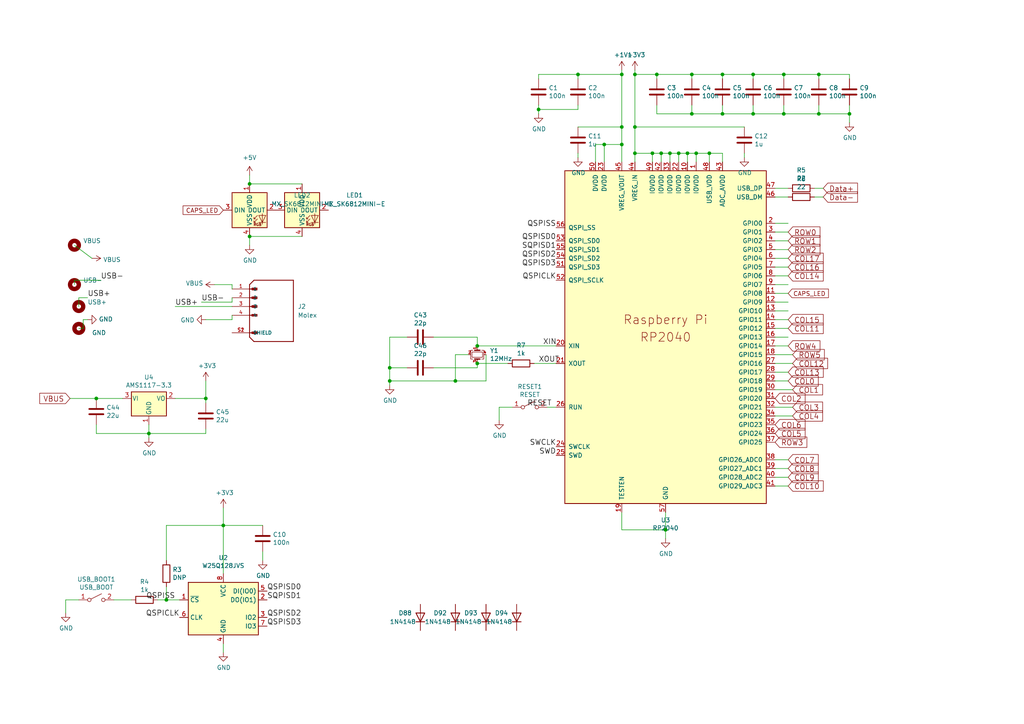
<source format=kicad_sch>
(kicad_sch (version 20230121) (generator eeschema)
  (paper "A4")
  (lib_symbols
    (symbol "0781710004:0781710004" (pin_names (offset 1.016))
      (property "Reference" "J" (at 0 8.89 0))
      (property "Value" "0781710004" (at 0 -12.7 0))
      (symbol "0781710004_0_0"
        (pin passive line (at -5.08 5.08 0) (length 5.08) (name "1") (number "1"))
        (pin passive line (at -5.08 2.54 0) (length 5.08) (name "2") (number "2"))
        (pin passive line (at -5.08 0 0) (length 5.08) (name "3") (number "3"))
        (pin passive line (at -5.08 -2.54 0) (length 5.08) (name "4") (number "4"))
        (pin passive line (at -5.08 -7.62 0) (length 5.08) (name "SHIELD") (number "S1"))
        (pin passive line (at -5.08 -7.62 0) (length 5.08) (name "SHIELD") (number "S2"))
      )
    )
    (symbol "Connector:USB_C_Receptacle_USB2.0" (pin_names (offset 1.016))
      (property "Reference" "J" (at -10.16 19.05 0))
      (property "Value" "USB_C_Receptacle_USB2.0" (at 19.05 19.05 0))
      (symbol "USB_C_Receptacle_USB2.0_1_1"
        (pin passive line (at 0 -22.86 90) (length 5.08) (name "GND") (number "A1"))
        (pin passive line (at 0 -22.86 90) (length 5.08) hide (name "GND") (number "A12"))
        (pin passive line (at 15.24 15.24 180) (length 5.08) (name "VBUS") (number "A4"))
        (pin bidirectional line (at 15.24 10.16 180) (length 5.08) (name "CC1") (number "A5"))
        (pin bidirectional line (at 15.24 -2.54 180) (length 5.08) (name "D+") (number "A6"))
        (pin bidirectional line (at 15.24 2.54 180) (length 5.08) (name "D-") (number "A7"))
        (pin bidirectional line (at 15.24 -12.7 180) (length 5.08) (name "SBU1") (number "A8"))
        (pin passive line (at 15.24 15.24 180) (length 5.08) hide (name "VBUS") (number "A9"))
        (pin passive line (at 0 -22.86 90) (length 5.08) hide (name "GND") (number "B1"))
        (pin passive line (at 0 -22.86 90) (length 5.08) hide (name "GND") (number "B12"))
        (pin passive line (at 15.24 15.24 180) (length 5.08) hide (name "VBUS") (number "B4"))
        (pin bidirectional line (at 15.24 7.62 180) (length 5.08) (name "CC2") (number "B5"))
        (pin bidirectional line (at 15.24 -5.08 180) (length 5.08) (name "D+") (number "B6"))
        (pin bidirectional line (at 15.24 0 180) (length 5.08) (name "D-") (number "B7"))
        (pin bidirectional line (at 15.24 -15.24 180) (length 5.08) (name "SBU2") (number "B8"))
        (pin passive line (at 15.24 15.24 180) (length 5.08) hide (name "VBUS") (number "B9"))
        (pin passive line (at -7.62 -22.86 90) (length 5.08) (name "SHIELD") (number "S1"))
      )
    )
    (symbol "Device:C" (pin_numbers hide) (pin_names (offset 0.254))
      (property "Reference" "C" (at 0.635 2.54 0))
      (property "Value" "C" (at 0.635 -2.54 0))
      (symbol "C_1_1"
        (pin passive line (at 0 3.81 270) (length 2.794) (name "~") (number "1"))
        (pin passive line (at 0 -3.81 90) (length 2.794) (name "~") (number "2"))
      )
    )
    (symbol "Device:Crystal_GND24_Small" (pin_names (offset 1.016) hide)
      (property "Reference" "Y" (at 1.27 4.445 0))
      (property "Value" "Crystal_GND24_Small" (at 1.27 2.54 0))
      (symbol "Crystal_GND24_Small_1_1"
        (pin passive line (at -2.54 0 0) (length 1.27) (name "1") (number "1"))
        (pin passive line (at 0 -2.54 90) (length 0.635) (name "2") (number "2"))
        (pin passive line (at 2.54 0 180) (length 1.27) (name "3") (number "3"))
        (pin passive line (at 0 2.54 270) (length 0.635) (name "4") (number "4"))
      )
    )
    (symbol "Device:R" (pin_numbers hide) (pin_names (offset 0))
      (property "Reference" "R" (at 2.032 0 90))
      (property "Value" "R" (at 0 0 90))
      (symbol "R_1_1"
        (pin passive line (at 0 3.81 270) (length 1.27) (name "~") (number "1"))
        (pin passive line (at 0 -3.81 90) (length 1.27) (name "~") (number "2"))
      )
    )
    (symbol "MCU_RaspberryPi_RP2040:RP2040" (pin_names (offset 1.016))
      (property "Reference" "U" (at -29.21 49.53 0))
      (property "Value" "RP2040" (at 24.13 -49.53 0))
      (symbol "RP2040_0_0"
        (text "Raspberry Pi" (at 0 5.08 0) (effects (font (size 2.54 2.54))))
        (text "RP2040" (at 0 0 0) (effects (font (size 2.54 2.54))))
      )
      (symbol "RP2040_1_1"
        (pin power_in line (at 8.89 50.8 270) (length 2.54) (name "IOVDD") (number "1"))
        (pin power_in line (at 6.35 50.8 270) (length 2.54) (name "IOVDD") (number "10"))
        (pin bidirectional line (at 31.75 12.7 180) (length 2.54) (name "GPIO8") (number "11"))
        (pin bidirectional line (at 31.75 10.16 180) (length 2.54) (name "GPIO9") (number "12"))
        (pin bidirectional line (at 31.75 7.62 180) (length 2.54) (name "GPIO10") (number "13"))
        (pin bidirectional line (at 31.75 5.08 180) (length 2.54) (name "GPIO11") (number "14"))
        (pin bidirectional line (at 31.75 2.54 180) (length 2.54) (name "GPIO12") (number "15"))
        (pin bidirectional line (at 31.75 0 180) (length 2.54) (name "GPIO13") (number "16"))
        (pin bidirectional line (at 31.75 -2.54 180) (length 2.54) (name "GPIO14") (number "17"))
        (pin bidirectional line (at 31.75 -5.08 180) (length 2.54) (name "GPIO15") (number "18"))
        (pin passive line (at -12.7 -50.8 90) (length 2.54) (name "TESTEN") (number "19"))
        (pin bidirectional line (at 31.75 33.02 180) (length 2.54) (name "GPIO0") (number "2"))
        (pin input line (at -31.75 -2.54 0) (length 2.54) (name "XIN") (number "20"))
        (pin passive line (at -31.75 -7.62 0) (length 2.54) (name "XOUT") (number "21"))
        (pin power_in line (at 3.81 50.8 270) (length 2.54) (name "IOVDD") (number "22"))
        (pin power_in line (at -17.78 50.8 270) (length 2.54) (name "DVDD") (number "23"))
        (pin output line (at -31.75 -31.75 0) (length 2.54) (name "SWCLK") (number "24"))
        (pin bidirectional line (at -31.75 -34.29 0) (length 2.54) (name "SWD") (number "25"))
        (pin input line (at -31.75 -20.32 0) (length 2.54) (name "RUN") (number "26"))
        (pin bidirectional line (at 31.75 -7.62 180) (length 2.54) (name "GPIO16") (number "27"))
        (pin bidirectional line (at 31.75 -10.16 180) (length 2.54) (name "GPIO17") (number "28"))
        (pin bidirectional line (at 31.75 -12.7 180) (length 2.54) (name "GPIO18") (number "29"))
        (pin bidirectional line (at 31.75 30.48 180) (length 2.54) (name "GPIO1") (number "3"))
        (pin bidirectional line (at 31.75 -15.24 180) (length 2.54) (name "GPIO19") (number "30"))
        (pin bidirectional line (at 31.75 -17.78 180) (length 2.54) (name "GPIO20") (number "31"))
        (pin bidirectional line (at 31.75 -20.32 180) (length 2.54) (name "GPIO21") (number "32"))
        (pin power_in line (at 1.27 50.8 270) (length 2.54) (name "IOVDD") (number "33"))
        (pin bidirectional line (at 31.75 -22.86 180) (length 2.54) (name "GPIO22") (number "34"))
        (pin bidirectional line (at 31.75 -25.4 180) (length 2.54) (name "GPIO23") (number "35"))
        (pin bidirectional line (at 31.75 -27.94 180) (length 2.54) (name "GPIO24") (number "36"))
        (pin bidirectional line (at 31.75 -30.48 180) (length 2.54) (name "GPIO25") (number "37"))
        (pin bidirectional line (at 31.75 -35.56 180) (length 2.54) (name "GPIO26_ADC0") (number "38"))
        (pin bidirectional line (at 31.75 -38.1 180) (length 2.54) (name "GPIO27_ADC1") (number "39"))
        (pin bidirectional line (at 31.75 27.94 180) (length 2.54) (name "GPIO2") (number "4"))
        (pin bidirectional line (at 31.75 -40.64 180) (length 2.54) (name "GPIO28_ADC2") (number "40"))
        (pin bidirectional line (at 31.75 -43.18 180) (length 2.54) (name "GPIO29_ADC3") (number "41"))
        (pin power_in line (at -1.27 50.8 270) (length 2.54) (name "IOVDD") (number "42"))
        (pin power_in line (at 16.51 50.8 270) (length 2.54) (name "ADC_AVDD") (number "43"))
        (pin power_in line (at -8.89 50.8 270) (length 2.54) (name "VREG_IN") (number "44"))
        (pin power_out line (at -12.7 50.8 270) (length 2.54) (name "VREG_VOUT") (number "45"))
        (pin bidirectional line (at 31.75 40.64 180) (length 2.54) (name "USB_DM") (number "46"))
        (pin bidirectional line (at 31.75 43.18 180) (length 2.54) (name "USB_DP") (number "47"))
        (pin power_in line (at 12.7 50.8 270) (length 2.54) (name "USB_VDD") (number "48"))
        (pin power_in line (at -3.81 50.8 270) (length 2.54) (name "IOVDD") (number "49"))
        (pin bidirectional line (at 31.75 25.4 180) (length 2.54) (name "GPIO3") (number "5"))
        (pin power_in line (at -20.32 50.8 270) (length 2.54) (name "DVDD") (number "50"))
        (pin bidirectional line (at -31.75 20.32 0) (length 2.54) (name "QSPI_SD3") (number "51"))
        (pin output line (at -31.75 16.51 0) (length 2.54) (name "QSPI_SCLK") (number "52"))
        (pin bidirectional line (at -31.75 27.94 0) (length 2.54) (name "QSPI_SD0") (number "53"))
        (pin bidirectional line (at -31.75 22.86 0) (length 2.54) (name "QSPI_SD2") (number "54"))
        (pin bidirectional line (at -31.75 25.4 0) (length 2.54) (name "QSPI_SD1") (number "55"))
        (pin bidirectional line (at -31.75 31.75 0) (length 2.54) (name "QSPI_SS") (number "56"))
        (pin power_in line (at 0 -50.8 90) (length 2.54) (name "GND") (number "57"))
        (pin bidirectional line (at 31.75 22.86 180) (length 2.54) (name "GPIO4") (number "6"))
        (pin bidirectional line (at 31.75 20.32 180) (length 2.54) (name "GPIO5") (number "7"))
        (pin bidirectional line (at 31.75 17.78 180) (length 2.54) (name "GPIO6") (number "8"))
        (pin bidirectional line (at 31.75 15.24 180) (length 2.54) (name "GPIO7") (number "9"))
      )
    )
    (symbol "Mechanical:MountingHole" (pin_names (offset 1.016))
      (property "Reference" "H" (at 0 5.08 0))
      (property "Value" "MountingHole" (at 0 3.175 0))
    )
    (symbol "Memory_Flash:W25Q128JVS"
      (property "Reference" "U" (at -8.89 8.89 0))
      (property "Value" "W25Q128JVS" (at 7.62 8.89 0))
      (symbol "W25Q128JVS_1_1"
        (pin input line (at -12.7 2.54 0) (length 2.54) (name "~{CS}") (number "1"))
        (pin bidirectional line (at 12.7 2.54 180) (length 2.54) (name "DO(IO1)") (number "2"))
        (pin bidirectional line (at 12.7 -2.54 180) (length 2.54) (name "IO2") (number "3"))
        (pin power_in line (at 0 -10.16 90) (length 2.54) (name "GND") (number "4"))
        (pin bidirectional line (at 12.7 5.08 180) (length 2.54) (name "DI(IO0)") (number "5"))
        (pin input line (at -12.7 -2.54 0) (length 2.54) (name "CLK") (number "6"))
        (pin bidirectional line (at 12.7 -5.08 180) (length 2.54) (name "IO3") (number "7"))
        (pin power_in line (at 0 10.16 270) (length 2.54) (name "VCC") (number "8"))
      )
    )
    (symbol "Power:GND" (power) (pin_names (offset 0))
      (property "Value" "GND" (at 0 -3.81 0))
      (symbol "GND_1_1"
        (pin power_in line (at 0 0 270) (length 0) hide (name "GND") (number "1"))
      )
    )
    (symbol "Power:VBUS" (power) (pin_names (offset 0))
      (property "Value" "VBUS" (at 0 3.81 0))
      (symbol "VBUS_1_1"
        (pin power_in line (at 0 0 90) (length 0) hide (name "VBUS") (number "1"))
      )
    )
    (symbol "Power_Protection:USBLC6-2SC6" (pin_names hide)
      (property "Reference" "U" (at 2.54 8.89 0))
      (property "Value" "USBLC6-2SC6" (at 2.54 -8.89 0))
      (symbol "USBLC6-2SC6_1_1"
        (pin passive line (at -10.16 -2.54 0) (length 2.54) (name "I/O1") (number "1"))
        (pin passive line (at 0 -10.16 90) (length 2.54) (name "GND") (number "2"))
        (pin passive line (at 10.16 -2.54 180) (length 2.54) (name "I/O2") (number "3"))
        (pin passive line (at 10.16 2.54 180) (length 2.54) (name "I/O2") (number "4"))
        (pin passive line (at 0 10.16 270) (length 2.54) (name "VBUS") (number "5"))
        (pin passive line (at -10.16 2.54 0) (length 2.54) (name "I/O1") (number "6"))
      )
    )
    (symbol "Regulator_Linear:AMS1117-3.3" (pin_names (offset 0.254))
      (property "Reference" "U" (at -3.81 3.175 0))
      (property "Value" "AMS1117-3.3" (at 0 3.175 0))
      (symbol "AMS1117-3.3_1_1"
        (pin power_in line (at 0 -7.62 90) (length 2.54) (name "GND") (number "1"))
        (pin power_out line (at 7.62 0 180) (length 2.54) (name "VO") (number "2"))
        (pin power_in line (at -7.62 0 0) (length 2.54) (name "VI") (number "3"))
      )
    )
    (symbol "Switch:SW_SPST" (pin_names (offset 0) hide)
      (property "Reference" "SW" (at 0 3.175 0))
      (property "Value" "SW_SPST" (at 0 -2.54 0))
      (symbol "SW_SPST_1_1"
        (pin passive line (at -5.08 0 0) (length 2.54) (name "A") (number "1"))
        (pin passive line (at 5.08 0 180) (length 2.54) (name "B") (number "2"))
      )
    )
    (symbol "bakeneko-60-pcb-rescue:D-Device" (pin_numbers hide) (pin_names (offset 1.016) hide)
      (property "Reference" "D" (at 0 2.54 0))
      (property "Value" "D-Device" (at 0 -2.54 0))
      (symbol "D-Device_1_1"
        (pin passive line (at -3.81 0 0) (length 2.54) (name "K") (number "1"))
        (pin passive line (at 3.81 0 180) (length 2.54) (name "A") (number "2"))
      )
    )
    (symbol "bakeneko-60-pcb-rescue:SW_SPST-Switch" (pin_names (offset 0) hide)
      (property "Reference" "SW" (at 0 3.175 0))
      (property "Value" "SW_SPST-Switch" (at 0 -2.54 0))
      (symbol "SW_SPST-Switch_1_1"
        (pin passive line (at -5.08 0 0) (length 2.54) (name "A") (number "1"))
        (pin passive line (at 5.08 0 180) (length 2.54) (name "B") (number "2"))
      )
    )
    (symbol "marbastlib-mx:MX_SK6812MINI-E"
      (property "Reference" "LED" (at 2.54 -6.35 0))
      (property "Value" "MX_SK6812MINI-E" (at 10.16 6.35 0))
      (symbol "MX_SK6812MINI-E_0_0"
        (text "RGB" (at 2.286 -4.191 0) (effects (font (size 0.762 0.762))))
      )
      (symbol "MX_SK6812MINI-E_1_1"
        (pin power_in line (at 0 7.62 270) (length 2.54) (name "VDD") (number "1"))
        (pin output line (at 7.62 0 180) (length 2.54) (name "DOUT") (number "2"))
        (pin input line (at -7.62 0 0) (length 2.54) (name "DIN") (number "3"))
        (pin power_in line (at 0 -7.62 90) (length 2.54) (name "VSS") (number "4"))
      )
    )
    (symbol "power:+1V1" (power) (pin_names (offset 0))
      (property "Value" "+1V1" (at 0 3.556 0))
      (symbol "+1V1_1_1"
        (pin power_in line (at 0 0 90) (length 0) hide (name "+1V1") (number "1"))
      )
    )
    (symbol "power:+3V3" (power) (pin_names (offset 0))
      (property "Value" "+3V3" (at 0 3.556 0))
      (symbol "+3V3_1_1"
        (pin power_in line (at 0 0 90) (length 0) hide (name "+3V3") (number "1"))
      )
    )
    (symbol "power:+5V" (power) (pin_names (offset 0))
      (property "Value" "+5V" (at 0 3.556 0))
      (symbol "+5V_1_1"
        (pin power_in line (at 0 0 90) (length 0) hide (name "+5V") (number "1"))
      )
    )
    (symbol "power:GND" (power) (pin_names (offset 0))
      (property "Value" "GND" (at 0 -3.81 0))
      (symbol "GND_1_1"
        (pin power_in line (at 0 0 270) (length 0) hide (name "GND") (number "1"))
      )
    )
    (symbol "power:PWR_FLAG" (power) (pin_numbers hide) (pin_names (offset 0) hide)
      (property "Value" "PWR_FLAG" (at 0 3.81 0))
      (symbol "PWR_FLAG_0_0"
        (pin power_out line (at 0 0 90) (length 0) (name "pwr") (number "1"))
      )
    )
  )
  (junction (at 269.24 290.83))
  (junction (at 87.63 273.05))
  (junction (at 171.45 290.83))
  (junction (at 217.17 300.99))
  (junction (at 27.94 115.57))
  (junction (at 62.23 -59.69))
  (junction (at 143.51 344.17))
  (junction (at 199.39 44.45))
  (junction (at 161.29 265.43))
  (junction (at 171.45 308.61))
  (junction (at 259.08 318.77))
  (junction (at 227.33 21.59))
  (junction (at 199.39 326.39))
  (junction (at 231.14 283.21))
  (junction (at 161.29 300.99))
  (junction (at 115.57 344.17))
  (junction (at 269.24 300.99))
  (junction (at 133.35 265.43))
  (junction (at 184.15 36.83))
  (junction (at 175.26 283.21))
  (junction (at 185.42 308.61))
  (junction (at 180.34 21.59))
  (junction (at 105.41 265.43))
  (junction (at 101.6 308.61))
  (junction (at 334.01 361.95))
  (junction (at 218.44 33.02))
  (junction (at 161.29 318.77))
  (junction (at 157.48 326.39))
  (junction (at 91.44 336.55))
  (junction (at 115.57 290.83))
  (junction (at 227.33 344.17))
  (junction (at 246.38 33.02))
  (junction (at 320.04 290.83))
  (junction (at 147.32 300.99))
  (junction (at 105.41 318.77))
  (junction (at 203.2 318.77))
  (junction (at 129.54 326.39))
  (junction (at 113.03 106.68))
  (junction (at 200.66 33.02))
  (junction (at 334.01 273.05))
  (junction (at 72.39 68.58))
  (junction (at 273.05 283.21))
  (junction (at 64.77 152.4))
  (junction (at 323.85 283.21))
  (junction (at 255.27 290.83))
  (junction (at 175.26 300.99))
  (junction (at 227.33 326.39))
  (junction (at 171.45 344.17))
  (junction (at 171.45 326.39))
  (junction (at 87.63 308.61))
  (junction (at 323.85 265.43))
  (junction (at 184.15 21.59))
  (junction (at 161.29 336.55))
  (junction (at 132.08 110.49))
  (junction (at 72.39 53.34))
  (junction (at 143.51 326.39))
  (junction (at 323.85 300.99))
  (junction (at 218.44 21.59))
  (junction (at 185.42 290.83))
  (junction (at 101.6 290.83))
  (junction (at 129.54 344.17))
  (junction (at 191.77 44.45))
  (junction (at 213.36 326.39))
  (junction (at 143.51 290.83))
  (junction (at 323.85 336.55))
  (junction (at 255.27 361.95))
  (junction (at 138.43 100.33))
  (junction (at 203.2 283.21))
  (junction (at 193.04 153.67))
  (junction (at 203.2 265.43))
  (junction (at 115.57 273.05))
  (junction (at 101.6 273.05))
  (junction (at 101.6 326.39))
  (junction (at 255.27 308.61))
  (junction (at 101.6 361.95))
  (junction (at 227.33 273.05))
  (junction (at 91.44 265.43))
  (junction (at 309.88 283.21))
  (junction (at 213.36 273.05))
  (junction (at 199.39 290.83))
  (junction (at 255.27 336.55))
  (junction (at 227.33 308.61))
  (junction (at 337.82 283.21))
  (junction (at 241.3 308.61))
  (junction (at 334.01 290.83))
  (junction (at 255.27 344.17))
  (junction (at 157.48 290.83))
  (junction (at 203.2 300.99))
  (junction (at 241.3 361.95))
  (junction (at 147.32 318.77))
  (junction (at 259.08 336.55))
  (junction (at 241.3 326.39))
  (junction (at 129.54 273.05))
  (junction (at 8.89 -52.07))
  (junction (at 259.08 283.21))
  (junction (at 320.04 308.61))
  (junction (at 48.26 173.99))
  (junction (at 189.23 318.77))
  (junction (at 101.6 344.17))
  (junction (at 167.64 21.59))
  (junction (at 143.51 308.61))
  (junction (at 283.21 290.83))
  (junction (at 269.24 344.17))
  (junction (at 77.47 336.55))
  (junction (at 184.15 44.45))
  (junction (at 213.36 344.17))
  (junction (at 241.3 273.05))
  (junction (at 199.39 344.17))
  (junction (at 115.57 361.95))
  (junction (at 77.47 283.21))
  (junction (at 171.45 361.95))
  (junction (at 309.88 265.43))
  (junction (at 185.42 344.17))
  (junction (at 59.69 115.57))
  (junction (at 269.24 318.77))
  (junction (at 269.24 273.05))
  (junction (at 189.23 44.45))
  (junction (at 309.88 300.99))
  (junction (at 320.04 273.05))
  (junction (at 91.44 318.77))
  (junction (at 200.66 21.59))
  (junction (at 113.03 110.49))
  (junction (at 227.33 290.83))
  (junction (at 77.47 332.74))
  (junction (at 189.23 265.43))
  (junction (at 185.42 326.39))
  (junction (at 320.04 361.95))
  (junction (at 180.34 41.91))
  (junction (at 87.63 290.83))
  (junction (at 231.14 300.99))
  (junction (at 77.47 265.43))
  (junction (at 1.27 -45.72))
  (junction (at 87.63 336.55))
  (junction (at 199.39 308.61))
  (junction (at 217.17 318.77))
  (junction (at 209.55 21.59))
  (junction (at 143.51 273.05))
  (junction (at 119.38 318.77))
  (junction (at 43.18 125.73))
  (junction (at 237.49 21.59))
  (junction (at 283.21 283.21))
  (junction (at 147.32 283.21))
  (junction (at 205.74 44.45))
  (junction (at 231.14 318.77))
  (junction (at 259.08 300.99))
  (junction (at 245.11 346.71))
  (junction (at 237.49 33.02))
  (junction (at 227.33 33.02))
  (junction (at 217.17 265.43))
  (junction (at 269.24 361.95))
  (junction (at 74.93 -59.69))
  (junction (at 115.57 326.39))
  (junction (at 337.82 265.43))
  (junction (at 231.14 336.55))
  (junction (at 231.14 265.43))
  (junction (at 115.57 308.61))
  (junction (at 91.44 283.21))
  (junction (at 269.24 308.61))
  (junction (at 190.5 21.59))
  (junction (at 199.39 273.05))
  (junction (at 133.35 300.99))
  (junction (at 213.36 308.61))
  (junction (at 129.54 290.83))
  (junction (at 209.55 33.02))
  (junction (at 255.27 273.05))
  (junction (at 175.26 265.43))
  (junction (at 180.34 36.83))
  (junction (at 129.54 308.61))
  (junction (at 105.41 336.55))
  (junction (at 77.47 314.96))
  (junction (at 91.44 300.99))
  (junction (at 185.42 273.05))
  (junction (at 213.36 290.83))
  (junction (at 1.27 -40.64))
  (junction (at 157.48 308.61))
  (junction (at 245.11 283.21))
  (junction (at 105.41 300.99))
  (junction (at 87.63 361.95))
  (junction (at 189.23 283.21))
  (junction (at 138.43 105.41))
  (junction (at 189.23 300.99))
  (junction (at 259.08 298.45))
  (junction (at 147.32 265.43))
  (junction (at 133.35 283.21))
  (junction (at 245.11 265.43))
  (junction (at 194.31 44.45))
  (junction (at 175.26 318.77))
  (junction (at 157.48 273.05))
  (junction (at 133.35 318.77))
  (junction (at 82.55 -59.69))
  (junction (at 337.82 300.99))
  (junction (at 201.93 44.45))
  (junction (at 87.63 326.39))
  (junction (at 87.63 344.17))
  (junction (at 119.38 283.21))
  (junction (at 119.38 265.43))
  (junction (at 245.11 300.99))
  (junction (at 217.17 283.21))
  (junction (at 196.85 44.45))
  (junction (at 241.3 290.83))
  (junction (at 259.08 265.43))
  (junction (at 119.38 300.99))
  (junction (at 77.47 300.99))
  (junction (at 245.11 336.55))
  (junction (at 105.41 283.21))
  (junction (at 157.48 344.17))
  (junction (at 171.45 273.05))
  (junction (at 161.29 283.21))
  (junction (at 334.01 308.61))
  (junction (at 241.3 344.17))
  (junction (at 156.21 31.75))
  (junction (at 175.26 41.91))
  (no_connect (at -24.13 -21.59))
  (no_connect (at -1.27 -29.21))
  (wire (pts (xy 255.27 344.17) (xy 269.24 344.17)))
  (wire (pts (xy 135.89 102.87) (xy 132.08 102.87)))
  (wire (pts (xy 209.55 46.99) (xy 209.55 44.45)))
  (wire (pts (xy 194.31 46.99) (xy 194.31 44.45)))
  (wire (pts (xy 77.47 336.55) (xy 77.47 373.38)))
  (wire (pts (xy 241.3 344.17) (xy 255.27 344.17)))
  (wire (pts (xy 217.17 250.19) (xy 217.17 265.43)))
  (wire (pts (xy 91.44 318.77) (xy 91.44 336.55)))
  (wire (pts (xy 199.39 308.61) (xy 213.36 308.61)))
  (wire (pts (xy 87.63 273.05) (xy 101.6 273.05)))
  (wire (pts (xy 283.21 290.83) (xy 320.04 290.83)))
  (wire (pts (xy 269.24 314.96) (xy 269.24 318.77)))
  (wire (pts (xy 257.81 373.38) (xy 255.27 373.38)))
  (wire (pts (xy 59.69 92.71) (xy 67.31 92.71)))
  (wire (pts (xy 161.29 336.55) (xy 161.29 373.38)))
  (wire (pts (xy 213.36 308.61) (xy 227.33 308.61)))
  (wire (pts (xy 269.24 290.83) (xy 255.27 290.83)))
  (wire (pts (xy 77.47 332.74) (xy 77.47 336.55)))
  (wire (pts (xy 143.51 308.61) (xy 157.48 308.61)))
  (wire (pts (xy 133.35 300.99) (xy 133.35 318.77)))
  (wire (pts (xy 323.85 250.19) (xy 323.85 265.43)))
  (wire (pts (xy 287.02 293.37) (xy 287.02 283.21)))
  (wire (pts (xy 161.29 105.41) (xy 154.94 105.41)))
  (wire (pts (xy 72.39 68.58) (xy 87.63 68.58)))
  (wire (pts (xy 199.39 44.45) (xy 196.85 44.45)))
  (wire (pts (xy 143.51 290.83) (xy 129.54 290.83)))
  (wire (pts (xy 171.45 354.33) (xy 173.99 354.33)))
  (wire (pts (xy 227.33 22.86) (xy 227.33 21.59)))
  (wire (pts (xy 224.79 72.39) (xy 228.6 72.39)))
  (wire (pts (xy 269.24 361.95) (xy 255.27 361.95)))
  (wire (pts (xy 196.85 44.45) (xy 194.31 44.45)))
  (wire (pts (xy 157.48 290.83) (xy 143.51 290.83)))
  (wire (pts (xy 59.69 125.73) (xy 43.18 125.73)))
  (wire (pts (xy 269.24 354.33) (xy 271.78 354.33)))
  (wire (pts (xy 43.18 125.73) (xy 43.18 127)))
  (wire (pts (xy 175.26 318.77) (xy 175.26 300.99)))
  (wire (pts (xy 213.36 326.39) (xy 199.39 326.39)))
  (wire (pts (xy 1.27 -40.64) (xy 1.27 -39.37)))
  (wire (pts (xy 269.24 361.95) (xy 320.04 361.95)))
  (wire (pts (xy 157.48 273.05) (xy 171.45 273.05)))
  (wire (pts (xy 191.77 46.99) (xy 191.77 44.45)))
  (wire (pts (xy 20.32 115.57) (xy 27.94 115.57)))
  (wire (pts (xy 180.34 46.99) (xy 180.34 41.91)))
  (wire (pts (xy 175.26 250.19) (xy 175.26 265.43)))
  (wire (pts (xy 24.13 92.71) (xy 24.13 95.25)))
  (wire (pts (xy 129.54 308.61) (xy 143.51 308.61)))
  (wire (pts (xy 25.4 86.36) (xy 22.86 86.36)))
  (wire (pts (xy 224.79 118.11) (xy 229.87 118.11)))
  (wire (pts (xy 228.6 95.25) (xy 224.79 95.25)))
  (wire (pts (xy 241.3 326.39) (xy 227.33 326.39)))
  (wire (pts (xy 1.27 -46.99) (xy 1.27 -45.72)))
  (wire (pts (xy 104.14 354.33) (xy 104.14 373.38)))
  (wire (pts (xy 77.47 283.21) (xy 77.47 300.99)))
  (wire (pts (xy 320.04 361.95) (xy 334.01 361.95)))
  (wire (pts (xy 185.42 290.83) (xy 171.45 290.83)))
  (wire (pts (xy -1.27 -52.07) (xy 8.89 -52.07)))
  (wire (pts (xy 140.97 102.87) (xy 140.97 110.49)))
  (wire (pts (xy 1.27 -45.72) (xy 59.69 -45.72)))
  (wire (pts (xy 129.54 326.39) (xy 115.57 326.39)))
  (wire (pts (xy 209.55 44.45) (xy 205.74 44.45)))
  (wire (pts (xy 101.6 290.83) (xy 87.63 290.83)))
  (wire (pts (xy 101.6 273.05) (xy 115.57 273.05)))
  (wire (pts (xy 237.49 22.86) (xy 237.49 21.59)))
  (wire (pts (xy 236.22 54.61) (xy 238.76 54.61)))
  (wire (pts (xy 323.85 265.43) (xy 323.85 283.21)))
  (wire (pts (xy 271.78 354.33) (xy 271.78 373.38)))
  (wire (pts (xy 105.41 283.21) (xy 105.41 300.99)))
  (wire (pts (xy 243.84 373.38) (xy 243.84 354.33)))
  (wire (pts (xy 255.27 273.05) (xy 269.24 273.05)))
  (wire (pts (xy 203.2 300.99) (xy 203.2 318.77)))
  (wire (pts (xy 241.3 308.61) (xy 255.27 308.61)))
  (wire (pts (xy 1.27 -40.64) (xy 58.42 -40.64)))
  (wire (pts (xy 218.44 30.48) (xy 218.44 33.02)))
  (wire (pts (xy 85.09 -41.91) (xy 85.09 -24.13)))
  (wire (pts (xy 269.24 344.17) (xy 334.01 344.17)))
  (wire (pts (xy 129.54 344.17) (xy 143.51 344.17)))
  (wire (pts (xy 33.02 173.99) (xy 38.1 173.99)))
  (wire (pts (xy 64.77 152.4) (xy 48.26 152.4)))
  (wire (pts (xy 132.08 102.87) (xy 132.08 110.49)))
  (wire (pts (xy 171.45 290.83) (xy 157.48 290.83)))
  (wire (pts (xy 156.21 21.59) (xy 156.21 22.86)))
  (wire (pts (xy 209.55 30.48) (xy 209.55 33.02)))
  (wire (pts (xy 200.66 33.02) (xy 209.55 33.02)))
  (wire (pts (xy 171.45 344.17) (xy 185.42 344.17)))
  (wire (pts (xy 334.01 308.61) (xy 347.98 308.61)))
  (wire (pts (xy 189.23 300.99) (xy 189.23 283.21)))
  (wire (pts (xy 19.05 173.99) (xy 19.05 177.8)))
  (wire (pts (xy 87.63 314.96) (xy 87.63 318.77)))
  (wire (pts (xy 218.44 21.59) (xy 209.55 21.59)))
  (wire (pts (xy 161.29 100.33) (xy 138.43 100.33)))
  (wire (pts (xy 257.81 354.33) (xy 257.81 373.38)))
  (wire (pts (xy 115.57 326.39) (xy 101.6 326.39)))
  (wire (pts (xy 147.32 318.77) (xy 147.32 300.99)))
  (wire (pts (xy 115.57 273.05) (xy 129.54 273.05)))
  (wire (pts (xy 283.21 327.66) (xy 255.27 327.66)))
  (wire (pts (xy 140.97 110.49) (xy 132.08 110.49)))
  (wire (pts (xy 59.69 115.57) (xy 59.69 116.84)))
  (wire (pts (xy 143.51 326.39) (xy 129.54 326.39)))
  (wire (pts (xy 22.86 86.36) (xy 22.86 88.9)))
  (wire (pts (xy 241.3 373.38) (xy 243.84 373.38)))
  (wire (pts (xy 227.33 21.59) (xy 218.44 21.59)))
  (wire (pts (xy 118.11 373.38) (xy 115.57 373.38)))
  (wire (pts (xy 62.23 82.55) (xy 67.31 82.55)))
  (wire (pts (xy 184.15 44.45) (xy 184.15 36.83)))
  (wire (pts (xy 48.26 152.4) (xy 48.26 162.56)))
  (wire (pts (xy 231.14 336.55) (xy 231.14 373.38)))
  (wire (pts (xy 246.38 30.48) (xy 246.38 33.02)))
  (wire (pts (xy 215.9 36.83) (xy 184.15 36.83)))
  (wire (pts (xy 259.08 265.43) (xy 259.08 283.21)))
  (wire (pts (xy 52.07 173.99) (xy 48.26 173.99)))
  (wire (pts (xy 27.94 125.73) (xy 43.18 125.73)))
  (wire (pts (xy 24.13 92.71) (xy 25.4 92.71)))
  (wire (pts (xy 205.74 46.99) (xy 205.74 44.45)))
  (wire (pts (xy 237.49 30.48) (xy 237.49 33.02)))
  (wire (pts (xy 224.79 74.93) (xy 228.6 74.93)))
  (wire (pts (xy 269.24 298.45) (xy 269.24 300.99)))
  (wire (pts (xy 64.77 152.4) (xy 64.77 166.37)))
  (wire (pts (xy 224.79 85.09) (xy 228.6 85.09)))
  (wire (pts (xy 175.26 300.99) (xy 175.26 283.21)))
  (wire (pts (xy 55.88 273.05) (xy 87.63 273.05)))
  (wire (pts (xy 217.17 265.43) (xy 217.17 283.21)))
  (wire (pts (xy 273.05 293.37) (xy 287.02 293.37)))
  (wire (pts (xy 224.79 102.87) (xy 229.87 102.87)))
  (wire (pts (xy 189.23 283.21) (xy 189.23 265.43)))
  (wire (pts (xy -1.27 -54.61) (xy 21.59 -54.61)))
  (wire (pts (xy 189.23 336.55) (xy 189.23 318.77)))
  (wire (pts (xy 60.96 -46.99) (xy 60.96 -53.34)))
  (wire (pts (xy 245.11 346.71) (xy 245.11 373.38)))
  (wire (pts (xy 167.64 21.59) (xy 156.21 21.59)))
  (wire (pts (xy 1.27 -44.45) (xy -1.27 -44.45)))
  (wire (pts (xy 171.45 326.39) (xy 157.48 326.39)))
  (wire (pts (xy 91.44 283.21) (xy 91.44 265.43)))
  (wire (pts (xy 119.38 300.99) (xy 119.38 283.21)))
  (wire (pts (xy 224.79 105.41) (xy 229.87 105.41)))
  (wire (pts (xy 138.43 105.41) (xy 138.43 106.68)))
  (wire (pts (xy 143.51 344.17) (xy 157.48 344.17)))
  (wire (pts (xy 87.63 308.61) (xy 101.6 308.61)))
  (wire (pts (xy 171.45 361.95) (xy 115.57 361.95)))
  (wire (pts (xy 119.38 283.21) (xy 119.38 265.43)))
  (wire (pts (xy 64.77 -46.99) (xy 60.96 -46.99)))
  (wire (pts (xy 245.11 250.19) (xy 245.11 265.43)))
  (wire (pts (xy 62.23 -59.69) (xy 74.93 -59.69)))
  (wire (pts (xy 228.6 100.33) (xy 224.79 100.33)))
  (wire (pts (xy 201.93 44.45) (xy 199.39 44.45)))
  (wire (pts (xy 209.55 33.02) (xy 218.44 33.02)))
  (wire (pts (xy 231.14 300.99) (xy 231.14 283.21)))
  (wire (pts (xy 161.29 250.19) (xy 161.29 265.43)))
  (wire (pts (xy 21.59 71.12) (xy 26.67 74.93)))
  (wire (pts (xy 309.88 265.43) (xy 309.88 283.21)))
  (wire (pts (xy 87.63 344.17) (xy 101.6 344.17)))
  (wire (pts (xy 119.38 336.55) (xy 119.38 318.77)))
  (wire (pts (xy 64.77 147.32) (xy 64.77 152.4)))
  (wire (pts (xy 167.64 22.86) (xy 167.64 21.59)))
  (wire (pts (xy 283.21 274.32) (xy 283.21 283.21)))
  (wire (pts (xy 143.51 273.05) (xy 157.48 273.05)))
  (wire (pts (xy 194.31 44.45) (xy 191.77 44.45)))
  (wire (pts (xy 105.41 318.77) (xy 105.41 336.55)))
  (wire (pts (xy 167.64 30.48) (xy 167.64 31.75)))
  (wire (pts (xy 8.89 -31.75) (xy 8.89 -52.07)))
  (wire (pts (xy 213.36 344.17) (xy 227.33 344.17)))
  (wire (pts (xy 91.44 336.55) (xy 91.44 373.38)))
  (wire (pts (xy 227.33 308.61) (xy 241.3 308.61)))
  (wire (pts (xy 60.96 -53.34) (xy 63.5 -53.34)))
  (wire (pts (xy 269.24 308.61) (xy 320.04 308.61)))
  (wire (pts (xy 241.3 273.05) (xy 255.27 273.05)))
  (wire (pts (xy 184.15 46.99) (xy 184.15 44.45)))
  (wire (pts (xy 320.04 290.83) (xy 334.01 290.83)))
  (wire (pts (xy 245.11 283.21) (xy 245.11 300.99)))
  (wire (pts (xy 171.45 273.05) (xy 185.42 273.05)))
  (wire (pts (xy 323.85 283.21) (xy 323.85 300.99)))
  (wire (pts (xy 67.31 92.71) (xy 67.31 91.44)))
  (wire (pts (xy 224.79 69.85) (xy 228.6 69.85)))
  (wire (pts (xy 129.54 273.05) (xy 143.51 273.05)))
  (wire (pts (xy 172.72 41.91) (xy 175.26 41.91)))
  (wire (pts (xy 64.77 -41.91) (xy 59.69 -41.91)))
  (wire (pts (xy 147.32 283.21) (xy 147.32 265.43)))
  (wire (pts (xy 189.23 44.45) (xy 184.15 44.45)))
  (wire (pts (xy 147.32 336.55) (xy 147.32 318.77)))
  (wire (pts (xy 144.78 118.11) (xy 144.78 121.92)))
  (wire (pts (xy 283.21 336.55) (xy 283.21 327.66)))
  (wire (pts (xy -1.27 -59.69) (xy 62.23 -59.69)))
  (wire (pts (xy 231.14 283.21) (xy 231.14 265.43)))
  (wire (pts (xy 224.79 138.43) (xy 228.6 138.43)))
  (wire (pts (xy 185.42 326.39) (xy 171.45 326.39)))
  (wire (pts (xy 1.27 -39.37) (xy -1.27 -39.37)))
  (wire (pts (xy 228.6 87.63) (xy 224.79 87.63)))
  (wire (pts (xy 90.17 354.33) (xy 90.17 373.38)))
  (wire (pts (xy 91.44 250.19) (xy 91.44 265.43)))
  (wire (pts (xy 323.85 300.99) (xy 323.85 336.55)))
  (wire (pts (xy 273.05 250.19) (xy 273.05 283.21)))
  (wire (pts (xy 118.11 354.33) (xy 118.11 373.38)))
  (wire (pts (xy 246.38 22.86) (xy 246.38 21.59)))
  (wire (pts (xy 161.29 300.99) (xy 161.29 318.77)))
  (wire (pts (xy 203.2 318.77) (xy 203.2 336.55)))
  (wire (pts (xy 55.88 326.39) (xy 87.63 326.39)))
  (wire (pts (xy 175.26 283.21) (xy 175.26 265.43)))
  (wire (pts (xy 269.24 273.05) (xy 320.04 273.05)))
  (wire (pts (xy 200.66 22.86) (xy 200.66 21.59)))
  (wire (pts (xy 133.35 250.19) (xy 133.35 265.43)))
  (wire (pts (xy 48.26 170.18) (xy 48.26 173.99)))
  (wire (pts (xy 227.33 344.17) (xy 241.3 344.17)))
  (wire (pts (xy 231.14 318.77) (xy 231.14 300.99)))
  (wire (pts (xy 115.57 308.61) (xy 129.54 308.61)))
  (wire (pts (xy -1.27 -41.91) (xy 1.27 -41.91)))
  (wire (pts (xy 55.88 290.83) (xy 87.63 290.83)))
  (wire (pts (xy 113.03 110.49) (xy 113.03 111.76)))
  (wire (pts (xy 29.21 -62.23) (xy 29.21 -54.61)))
  (wire (pts (xy 50.8 115.57) (xy 59.69 115.57)))
  (wire (pts (xy 158.75 118.11) (xy 161.29 118.11)))
  (wire (pts (xy 77.47 300.99) (xy 77.47 314.96)))
  (wire (pts (xy 337.82 283.21) (xy 337.82 300.99)))
  (wire (pts (xy 224.79 77.47) (xy 228.6 77.47)))
  (wire (pts (xy 129.54 290.83) (xy 115.57 290.83)))
  (wire (pts (xy 105.41 265.43) (xy 105.41 283.21)))
  (wire (pts (xy 243.84 354.33) (xy 241.3 354.33)))
  (wire (pts (xy 138.43 97.79) (xy 125.73 97.79)))
  (wire (pts (xy 215.9 44.45) (xy 215.9 45.72)))
  (wire (pts (xy 67.31 82.55) (xy 67.31 83.82)))
  (wire (pts (xy 227.33 273.05) (xy 241.3 273.05)))
  (wire (pts (xy 189.23 250.19) (xy 189.23 265.43)))
  (wire (pts (xy 334.01 290.83) (xy 347.98 290.83)))
  (wire (pts (xy 271.78 373.38) (xy 269.24 373.38)))
  (wire (pts (xy 190.5 33.02) (xy 200.66 33.02)))
  (wire (pts (xy 320.04 308.61) (xy 334.01 308.61)))
  (wire (pts (xy 90.17 373.38) (xy 87.63 373.38)))
  (wire (pts (xy 77.47 314.96) (xy 77.47 332.74)))
  (wire (pts (xy -1.27 -31.75) (xy 8.89 -31.75)))
  (wire (pts (xy 167.64 44.45) (xy 167.64 45.72)))
  (wire (pts (xy 259.08 250.19) (xy 259.08 265.43)))
  (wire (pts (xy 59.69 110.49) (xy 59.69 115.57)))
  (wire (pts (xy 101.6 344.17) (xy 115.57 344.17)))
  (wire (pts (xy -1.27 -46.99) (xy 1.27 -46.99)))
  (wire (pts (xy 1.27 -41.91) (xy 1.27 -40.64)))
  (wire (pts (xy 297.18 283.21) (xy 297.18 274.32)))
  (wire (pts (xy 58.42 -40.64) (xy 58.42 -24.13)))
  (wire (pts (xy 180.34 21.59) (xy 180.34 20.32)))
  (wire (pts (xy 118.11 106.68) (xy 113.03 106.68)))
  (wire (pts (xy 255.27 290.83) (xy 241.3 290.83)))
  (wire (pts (xy 175.26 336.55) (xy 175.26 318.77)))
  (wire (pts (xy 259.08 336.55) (xy 259.08 318.77)))
  (wire (pts (xy 185.42 344.17) (xy 199.39 344.17)))
  (wire (pts (xy 224.79 140.97) (xy 228.6 140.97)))
  (wire (pts (xy 72.39 68.58) (xy 72.39 71.12)))
  (wire (pts (xy 157.48 326.39) (xy 143.51 326.39)))
  (wire (pts (xy 283.21 290.83) (xy 269.24 290.83)))
  (wire (pts (xy 64.77 189.23) (xy 64.77 186.69)))
  (wire (pts (xy 105.41 300.99) (xy 105.41 318.77)))
  (wire (pts (xy 245.11 336.55) (xy 245.11 346.71)))
  (wire (pts (xy 189.23 46.99) (xy 189.23 44.45)))
  (wire (pts (xy 167.64 31.75) (xy 156.21 31.75)))
  (wire (pts (xy 138.43 100.33) (xy 138.43 97.79)))
  (wire (pts (xy 259.08 300.99) (xy 259.08 318.77)))
  (wire (pts (xy 101.6 361.95) (xy 87.63 361.95)))
  (wire (pts (xy 334.01 361.95) (xy 347.98 361.95)))
  (wire (pts (xy 237.49 21.59) (xy 227.33 21.59)))
  (wire (pts (xy 76.2 152.4) (xy 64.77 152.4)))
  (wire (pts (xy 190.5 22.86) (xy 190.5 21.59)))
  (wire (pts (xy 255.27 361.95) (xy 241.3 361.95)))
  (wire (pts (xy 74.93 -34.29) (xy 74.93 -30.48)))
  (wire (pts (xy 55.88 361.95) (xy 87.63 361.95)))
  (wire (pts (xy 213.36 273.05) (xy 227.33 273.05)))
  (wire (pts (xy 320.04 273.05) (xy 334.01 273.05)))
  (wire (pts (xy 50.8 88.9) (xy 67.31 88.9)))
  (wire (pts (xy 224.79 92.71) (xy 228.6 92.71)))
  (wire (pts (xy 309.88 250.19) (xy 309.88 265.43)))
  (wire (pts (xy 91.44 318.77) (xy 91.44 300.99)))
  (wire (pts (xy -16.51 -21.59) (xy -16.51 -13.97)))
  (wire (pts (xy 173.99 373.38) (xy 171.45 373.38)))
  (wire (pts (xy 231.14 250.19) (xy 231.14 265.43)))
  (wire (pts (xy 209.55 22.86) (xy 209.55 21.59)))
  (wire (pts (xy 74.93 -59.69) (xy 74.93 -54.61)))
  (wire (pts (xy 161.29 265.43) (xy 161.29 283.21)))
  (wire (pts (xy 180.34 36.83) (xy 167.64 36.83)))
  (wire (pts (xy 29.21 -52.07) (xy 29.21 -36.83)))
  (wire (pts (xy 180.34 41.91) (xy 180.34 36.83)))
  (wire (pts (xy 82.55 -59.69) (xy 88.9 -59.69)))
  (wire (pts (xy 196.85 46.99) (xy 196.85 44.45)))
  (wire (pts (xy 209.55 21.59) (xy 200.66 21.59)))
  (wire (pts (xy 337.82 265.43) (xy 337.82 283.21)))
  (wire (pts (xy 227.33 30.48) (xy 227.33 33.02)))
  (wire (pts (xy 48.26 173.99) (xy 45.72 173.99)))
  (wire (pts (xy 193.04 153.67) (xy 193.04 156.21)))
  (wire (pts (xy 337.82 250.19) (xy 337.82 265.43)))
  (wire (pts (xy 22.86 173.99) (xy 19.05 173.99)))
  (wire (pts (xy 91.44 300.99) (xy 91.44 283.21)))
  (wire (pts (xy 224.79 90.17) (xy 228.6 90.17)))
  (wire (pts (xy 224.79 54.61) (xy 228.6 54.61)))
  (wire (pts (xy 113.03 97.79) (xy 113.03 106.68)))
  (wire (pts (xy 190.5 30.48) (xy 190.5 33.02)))
  (wire (pts (xy 203.2 250.19) (xy 203.2 265.43)))
  (wire (pts (xy 87.63 332.74) (xy 87.63 336.55)))
  (wire (pts (xy 185.42 308.61) (xy 199.39 308.61)))
  (wire (pts (xy 105.41 336.55) (xy 105.41 373.38)))
  (wire (pts (xy 255.27 308.61) (xy 269.24 308.61)))
  (wire (pts (xy 200.66 30.48) (xy 200.66 33.02)))
  (wire (pts (xy 224.79 120.65) (xy 229.87 120.65)))
  (wire (pts (xy 273.05 336.55) (xy 273.05 346.71)))
  (wire (pts (xy 246.38 21.59) (xy 237.49 21.59)))
  (wire (pts (xy 67.31 87.63) (xy 67.31 86.36)))
  (wire (pts (xy 171.45 308.61) (xy 185.42 308.61)))
  (wire (pts (xy 157.48 344.17) (xy 171.45 344.17)))
  (wire (pts (xy 1.27 -45.72) (xy 1.27 -44.45)))
  (wire (pts (xy 180.34 36.83) (xy 180.34 21.59)))
  (wire (pts (xy 241.3 326.39) (xy 269.24 326.39)))
  (wire (pts (xy 115.57 361.95) (xy 101.6 361.95)))
  (wire (pts (xy 22.86 95.25) (xy 24.13 95.25)))
  (wire (pts (xy 224.79 82.55) (xy 228.6 82.55)))
  (wire (pts (xy 201.93 46.99) (xy 201.93 44.45)))
  (wire (pts (xy 217.17 283.21) (xy 217.17 300.99)))
  (wire (pts (xy 224.79 80.01) (xy 228.6 80.01)))
  (wire (pts (xy 273.05 346.71) (xy 245.11 346.71)))
  (wire (pts (xy 119.38 250.19) (xy 119.38 265.43)))
  (wire (pts (xy 161.29 283.21) (xy 161.29 300.99)))
  (wire (pts (xy 175.26 41.91) (xy 180.34 41.91)))
  (wire (pts (xy 224.79 113.03) (xy 229.87 113.03)))
  (wire (pts (xy 184.15 36.83) (xy 184.15 21.59)))
  (wire (pts (xy 173.99 354.33) (xy 173.99 373.38)))
  (wire (pts (xy 148.59 118.11) (xy 144.78 118.11)))
  (wire (pts (xy 259.08 298.45) (xy 259.08 300.99)))
  (wire (pts (xy 133.35 283.21) (xy 133.35 300.99)))
  (wire (pts (xy 113.03 106.68) (xy 113.03 110.49)))
  (wire (pts (xy 337.82 300.99) (xy 337.82 354.33)))
  (wire (pts (xy 323.85 336.55) (xy 323.85 354.33)))
  (wire (pts (xy 241.3 290.83) (xy 227.33 290.83)))
  (wire (pts (xy 309.88 300.99) (xy 309.88 354.33)))
  (wire (pts (xy 199.39 290.83) (xy 185.42 290.83)))
  (wire (pts (xy 132.08 110.49) (xy 113.03 110.49)))
  (wire (pts (xy 105.41 250.19) (xy 105.41 265.43)))
  (wire (pts (xy 309.88 283.21) (xy 309.88 300.99)))
  (wire (pts (xy 115.57 344.17) (xy 129.54 344.17)))
  (wire (pts (xy 72.39 53.34) (xy 87.63 53.34)))
  (wire (pts (xy 224.79 64.77) (xy 228.6 64.77)))
  (wire (pts (xy 193.04 148.59) (xy 193.04 153.67)))
  (wire (pts (xy 77.47 250.19) (xy 77.47 265.43)))
  (wire (pts (xy 156.21 31.75) (xy 156.21 30.48)))
  (wire (pts (xy 217.17 300.99) (xy 217.17 318.77)))
  (wire (pts (xy 191.77 44.45) (xy 189.23 44.45)))
  (wire (pts (xy 255.27 327.66) (xy 255.27 336.55)))
  (wire (pts (xy 217.17 318.77) (xy 217.17 336.55)))
  (wire (pts (xy 228.6 135.89) (xy 224.79 135.89)))
  (wire (pts (xy 72.39 50.8) (xy 72.39 53.34)))
  (wire (pts (xy 147.32 105.41) (xy 138.43 105.41)))
  (wire (pts (xy 245.11 265.43) (xy 245.11 283.21)))
  (wire (pts (xy 334.01 273.05) (xy 347.98 273.05)))
  (wire (pts (xy 27.94 123.19) (xy 27.94 125.73)))
  (wire (pts (xy 172.72 46.99) (xy 172.72 41.91)))
  (wire (pts (xy 184.15 21.59) (xy 184.15 20.32)))
  (wire (pts (xy 228.6 107.95) (xy 224.79 107.95)))
  (wire (pts (xy 238.76 57.15) (xy 236.22 57.15)))
  (wire (pts (xy 101.6 308.61) (xy 115.57 308.61)))
  (wire (pts (xy 259.08 336.55) (xy 259.08 373.38)))
  (wire (pts (xy 8.89 -52.07) (xy 21.59 -52.07)))
  (wire (pts (xy 175.26 46.99) (xy 175.26 41.91)))
  (wire (pts (xy 199.39 273.05) (xy 213.36 273.05)))
  (wire (pts (xy 147.32 250.19) (xy 147.32 265.43)))
  (wire (pts (xy 189.23 318.77) (xy 189.23 300.99)))
  (wire (pts (xy 228.6 57.15) (xy 224.79 57.15)))
  (wire (pts (xy 101.6 354.33) (xy 104.14 354.33)))
  (wire (pts (xy 224.79 110.49) (xy 228.6 110.49)))
  (wire (pts (xy 43.18 123.19) (xy 43.18 125.73)))
  (wire (pts (xy 133.35 318.77) (xy 133.35 336.55)))
  (wire (pts (xy 104.14 373.38) (xy 101.6 373.38)))
  (wire (pts (xy 203.2 283.21) (xy 203.2 300.99)))
  (wire (pts (xy 21.59 81.28) (xy 21.59 82.55)))
  (wire (pts (xy 224.79 97.79) (xy 228.6 97.79)))
  (wire (pts (xy 297.18 274.32) (xy 283.21 274.32)))
  (wire (pts (xy 255.27 354.33) (xy 257.81 354.33)))
  (wire (pts (xy 185.42 273.05) (xy 199.39 273.05)))
  (wire (pts (xy 199.39 326.39) (xy 185.42 326.39)))
  (wire (pts (xy 227.33 33.02) (xy 237.49 33.02)))
  (wire (pts (xy 156.21 33.02) (xy 156.21 31.75)))
  (wire (pts (xy 246.38 33.02) (xy 246.38 35.56)))
  (wire (pts (xy 180.34 21.59) (xy 167.64 21.59)))
  (wire (pts (xy 203.2 265.43) (xy 203.2 283.21)))
  (wire (pts (xy 180.34 148.59) (xy 180.34 153.67)))
  (wire (pts (xy 231.14 336.55) (xy 231.14 318.77)))
  (wire (pts (xy 224.79 133.35) (xy 228.6 133.35)))
  (wire (pts (xy 190.5 21.59) (xy 184.15 21.59)))
  (wire (pts (xy 87.63 354.33) (xy 90.17 354.33)))
  (wire (pts (xy 59.69 124.46) (xy 59.69 125.73)))
  (wire (pts (xy 115.57 354.33) (xy 118.11 354.33)))
  (wire (pts (xy 76.2 162.56) (xy 76.2 160.02)))
  (wire (pts (xy 118.11 97.79) (xy 113.03 97.79)))
  (wire (pts (xy 147.32 300.99) (xy 147.32 283.21)))
  (wire (pts (xy 227.33 326.39) (xy 213.36 326.39)))
  (wire (pts (xy 58.42 87.63) (xy 67.31 87.63)))
  (wire (pts (xy 27.94 115.57) (xy 35.56 115.57)))
  (wire (pts (xy 237.49 33.02) (xy 246.38 33.02)))
  (wire (pts (xy 119.38 318.77) (xy 119.38 300.99)))
  (wire (pts (xy 218.44 22.86) (xy 218.44 21.59)))
  (wire (pts (xy 55.88 344.17) (xy 87.63 344.17)))
  (wire (pts (xy 200.66 21.59) (xy 190.5 21.59)))
  (wire (pts (xy 157.48 308.61) (xy 171.45 308.61)))
  (wire (pts (xy 138.43 106.68) (xy 125.73 106.68)))
  (wire (pts (xy 213.36 290.83) (xy 199.39 290.83)))
  (wire (pts (xy 87.63 308.61) (xy 55.88 308.61)))
  (wire (pts (xy 58.42 -24.13) (xy 85.09 -24.13)))
  (wire (pts (xy 115.57 290.83) (xy 101.6 290.83)))
  (wire (pts (xy 85.09 -46.99) (xy 88.9 -46.99)))
  (wire (pts (xy 180.34 153.67) (xy 193.04 153.67)))
  (wire (pts (xy 245.11 300.99) (xy 245.11 336.55)))
  (wire (pts (xy 101.6 326.39) (xy 87.63 326.39)))
  (wire (pts (xy 29.21 81.28) (xy 21.59 81.28)))
  (wire (pts (xy 224.79 67.31) (xy 228.6 67.31)))
  (wire (pts (xy 133.35 265.43) (xy 133.35 283.21)))
  (wire (pts (xy 227.33 290.83) (xy 213.36 290.83)))
  (wire (pts (xy 259.08 283.21) (xy 259.08 298.45)))
  (wire (pts (xy 273.05 283.21) (xy 273.05 293.37)))
  (wire (pts (xy 171.45 361.95) (xy 241.3 361.95)))
  (wire (pts (xy 59.69 -41.91) (xy 59.69 -45.72)))
  (wire (pts (xy 205.74 44.45) (xy 201.93 44.45)))
  (wire (pts (xy 199.39 344.17) (xy 213.36 344.17)))
  (wire (pts (xy 199.39 46.99) (xy 199.39 44.45)))
  (wire (pts (xy 161.29 318.77) (xy 161.29 336.55)))
  (wire (pts (xy 74.93 -59.69) (xy 82.55 -59.69)))
  (wire (pts (xy 218.44 33.02) (xy 227.33 33.02)))
  (wire (pts (xy 77.47 265.43) (xy 77.47 283.21)))
  (label "RESET" (at 160.02 118.11 180) (effects (font (size 1.524 1.524))))
  (label "SQPISD1" (at 161.29 72.39 180) (effects (font (size 1.524 1.524))))
  (label "QSPICLK" (at 52.07 179.07 180) (effects (font (size 1.524 1.524))))
  (label "QSPISS" (at 161.29 66.04 180) (effects (font (size 1.524 1.524))))
  (label "QSPISD2" (at 77.47 179.07 0) (effects (font (size 1.524 1.524))))
  (label "QSPISD0" (at 77.47 171.45 0) (effects (font (size 1.524 1.524))))
  (label "QSPISS" (at 50.8 173.99 180) (effects (font (size 1.524 1.524))))
  (label "QSPISD3" (at 161.29 77.47 180) (effects (font (size 1.524 1.524))))
  (label "SWD" (at 161.29 132.08 180) (effects (font (size 1.524 1.524))))
  (label "USB+" (at 50.8 88.9 0) (effects (font (size 1.524 1.524))))
  (label "USB+" (at 49.53 -40.64 0) (effects (font (size 1.524 1.524))))
  (label "USB-" (at 29.21 81.28 0) (effects (font (size 1.524 1.524))))
  (label "QSPISD0" (at 161.29 69.85 180) (effects (font (size 1.524 1.524))))
  (label "SWCLK" (at 161.29 129.54 180) (effects (font (size 1.524 1.524))))
  (label "USB+" (at 25.4 86.36 0) (effects (font (size 1.524 1.524))))
  (label "USB-" (at 58.42 87.63 0) (effects (font (size 1.524 1.524))))
  (label "QSPICLK" (at 161.29 81.28 180) (effects (font (size 1.524 1.524))))
  (label "SQPISD1" (at 77.47 173.99 0) (effects (font (size 1.524 1.524))))
  (label "XIN" (at 157.48 100.33 0) (effects (font (size 1.524 1.524))))
  (label "QSPISD2" (at 161.29 74.93 180) (effects (font (size 1.524 1.524))))
  (label "XOUT" (at 156.21 105.41 0) (effects (font (size 1.524 1.524))))
  (label "QSPISD3" (at 77.47 181.61 0) (effects (font (size 1.524 1.524))))
  (label "USB-" (at 49.53 -45.72 0) (effects (font (size 1.524 1.524))))
  (global_label "COL12" (shape input) (at 245.11 250.19 0) (property "Intersheetrefs" "${INTERSHEET_REFS}" (effects hide)))
  (global_label "ROW4" (shape input) (at 55.88 344.17 180) (property "Intersheetrefs" "${INTERSHEET_REFS}" (effects hide)))
  (global_label "COL1" (shape input) (at 91.44 250.19 0) (property "Intersheetrefs" "${INTERSHEET_REFS}" (effects hide)))
  (global_label "VBUS" (shape input) (at 88.9 -59.69 0) (effects (font (size 1.524 1.524))) (property "Intersheetrefs" "${INTERSHEET_REFS}" (effects hide)))
  (global_label "COL5" (shape input) (at 147.32 250.19 0) (property "Intersheetrefs" "${INTERSHEET_REFS}" (effects hide)))
  (global_label "COL13" (shape input) (at 259.08 250.19 0) (property "Intersheetrefs" "${INTERSHEET_REFS}" (effects hide)))
  (global_label "COL2" (shape input) (at 224.79 115.57 0) (effects (font (size 1.524 1.524))) (property "Intersheetrefs" "${INTERSHEET_REFS}" (effects hide)))
  (global_label "COL10" (shape input) (at 228.6 140.97 0) (effects (font (size 1.524 1.524))) (property "Intersheetrefs" "${INTERSHEET_REFS}" (effects hide)))
  (global_label "ROW0" (shape input) (at 228.6 67.31 0) (effects (font (size 1.524 1.524))) (property "Intersheetrefs" "${INTERSHEET_REFS}" (effects hide)))
  (global_label "COL3" (shape input) (at 119.38 250.19 0) (property "Intersheetrefs" "${INTERSHEET_REFS}" (effects hide)))
  (global_label "Data-" (shape input) (at 238.76 57.15 0) (effects (font (size 1.524 1.524))) (property "Intersheetrefs" "${INTERSHEET_REFS}" (effects hide)))
  (global_label "COL16" (shape input) (at 228.6 77.47 0) (effects (font (size 1.524 1.524))) (property "Intersheetrefs" "${INTERSHEET_REFS}" (effects hide)))
  (global_label "COL6" (shape input) (at 224.79 123.19 0) (effects (font (size 1.524 1.524))) (property "Intersheetrefs" "${INTERSHEET_REFS}" (effects hide)))
  (global_label "COL8" (shape input) (at 189.23 250.19 0) (property "Intersheetrefs" "${INTERSHEET_REFS}" (effects hide)))
  (global_label "CAPS_LED" (shape input) (at 64.77 60.96 180) (property "Intersheetrefs" "${INTERSHEET_REFS}" (effects hide)))
  (global_label "COL10" (shape input) (at 217.17 250.19 0) (property "Intersheetrefs" "${INTERSHEET_REFS}" (effects hide)))
  (global_label "COL17" (shape input) (at 228.6 74.93 0) (effects (font (size 1.524 1.524))) (property "Intersheetrefs" "${INTERSHEET_REFS}" (effects hide)))
  (global_label "COL15" (shape input) (at 309.88 250.19 0) (property "Intersheetrefs" "${INTERSHEET_REFS}" (effects hide)))
  (global_label "Data+" (shape input) (at 238.76 54.61 0) (effects (font (size 1.524 1.524))) (property "Intersheetrefs" "${INTERSHEET_REFS}" (effects hide)))
  (global_label "COL9" (shape input) (at 203.2 250.19 0) (property "Intersheetrefs" "${INTERSHEET_REFS}" (effects hide)))
  (global_label "VBUS" (shape input) (at 20.32 115.57 180) (effects (font (size 1.524 1.524))) (property "Intersheetrefs" "${INTERSHEET_REFS}" (effects hide)))
  (global_label "COL0" (shape input) (at 228.6 110.49 0) (effects (font (size 1.524 1.524))) (property "Intersheetrefs" "${INTERSHEET_REFS}" (effects hide)))
  (global_label "ROW3" (shape input) (at 55.88 326.39 180) (property "Intersheetrefs" "${INTERSHEET_REFS}" (effects hide)))
  (global_label "COL13" (shape input) (at 228.6 107.95 0) (effects (font (size 1.524 1.524))) (property "Intersheetrefs" "${INTERSHEET_REFS}" (effects hide)))
  (global_label "COL1" (shape input) (at 229.87 113.03 0) (effects (font (size 1.524 1.524))) (property "Intersheetrefs" "${INTERSHEET_REFS}" (effects hide)))
  (global_label "COL14" (shape input) (at 273.05 250.19 0) (property "Intersheetrefs" "${INTERSHEET_REFS}" (effects hide)))
  (global_label "COL16" (shape input) (at 323.85 250.19 0) (property "Intersheetrefs" "${INTERSHEET_REFS}" (effects hide)))
  (global_label "COL5" (shape input) (at 224.79 125.73 0) (effects (font (size 1.524 1.524))) (property "Intersheetrefs" "${INTERSHEET_REFS}" (effects hide)))
  (global_label "CAPS_LED" (shape input) (at 228.6 85.09 0) (property "Intersheetrefs" "${INTERSHEET_REFS}" (effects hide)))
  (global_label "COL12" (shape input) (at 229.87 105.41 0) (effects (font (size 1.524 1.524))) (property "Intersheetrefs" "${INTERSHEET_REFS}" (effects hide)))
  (global_label "COL9" (shape input) (at 228.6 138.43 0) (effects (font (size 1.524 1.524))) (property "Intersheetrefs" "${INTERSHEET_REFS}" (effects hide)))
  (global_label "COL4" (shape input) (at 229.87 120.65 0) (effects (font (size 1.524 1.524))) (property "Intersheetrefs" "${INTERSHEET_REFS}" (effects hide)))
  (global_label "ROW5" (shape input) (at 55.88 361.95 180) (property "Intersheetrefs" "${INTERSHEET_REFS}" (effects hide)))
  (global_label "COL8" (shape input) (at 228.6 135.89 0) (effects (font (size 1.524 1.524))) (property "Intersheetrefs" "${INTERSHEET_REFS}" (effects hide)))
  (global_label "ROW5" (shape input) (at 229.87 102.87 0) (effects (font (size 1.524 1.524))) (property "Intersheetrefs" "${INTERSHEET_REFS}" (effects hide)))
  (global_label "COL7" (shape input) (at 175.26 250.19 0) (property "Intersheetrefs" "${INTERSHEET_REFS}" (effects hide)))
  (global_label "COL2" (shape input) (at 105.41 250.19 0) (property "Intersheetrefs" "${INTERSHEET_REFS}" (effects hide)))
  (global_label "ROW2" (shape input) (at 55.88 308.61 180) (property "Intersheetrefs" "${INTERSHEET_REFS}" (effects hide)))
  (global_label "ROW1" (shape input) (at 228.6 69.85 0) (effects (font (size 1.524 1.524))) (property "Intersheetrefs" "${INTERSHEET_REFS}" (effects hide)))
  (global_label "ROW3" (shape input) (at 224.79 128.27 0) (effects (font (size 1.524 1.524))) (property "Intersheetrefs" "${INTERSHEET_REFS}" (effects hide)))
  (global_label "COL15" (shape input) (at 228.6 92.71 0) (effects (font (size 1.524 1.524))) (property "Intersheetrefs" "${INTERSHEET_REFS}" (effects hide)))
  (global_label "ROW4" (shape input) (at 228.6 100.33 0) (effects (font (size 1.524 1.524))) (property "Intersheetrefs" "${INTERSHEET_REFS}" (effects hide)))
  (global_label "COL14" (shape input) (at 228.6 80.01 0) (effects (font (size 1.524 1.524))) (property "Intersheetrefs" "${INTERSHEET_REFS}" (effects hide)))
  (global_label "COL7" (shape input) (at 228.6 133.35 0) (effects (font (size 1.524 1.524))) (property "Intersheetrefs" "${INTERSHEET_REFS}" (effects hide)))
  (global_label "COL6" (shape input) (at 161.29 250.19 0) (property "Intersheetrefs" "${INTERSHEET_REFS}" (effects hide)))
  (global_label "ROW0" (shape input) (at 55.88 273.05 180) (property "Intersheetrefs" "${INTERSHEET_REFS}" (effects hide)))
  (global_label "Data-" (shape input) (at 63.5 -53.34 0) (effects (font (size 1.524 1.524))) (property "Intersheetrefs" "${INTERSHEET_REFS}" (effects hide)))
  (global_label "COL11" (shape input) (at 231.14 250.19 0) (property "Intersheetrefs" "${INTERSHEET_REFS}" (effects hide)))
  (global_label "COL4" (shape input) (at 133.35 250.19 0) (property "Intersheetrefs" "${INTERSHEET_REFS}" (effects hide)))
  (global_label "Data+" (shape input) (at 88.9 -46.99 0) (effects (font (size 1.524 1.524))) (property "Intersheetrefs" "${INTERSHEET_REFS}" (effects hide)))
  (global_label "COL3" (shape input) (at 229.87 118.11 0) (effects (font (size 1.524 1.524))) (property "Intersheetrefs" "${INTERSHEET_REFS}" (effects hide)))
  (global_label "COL17" (shape input) (at 337.82 250.19 0) (property "Intersheetrefs" "${INTERSHEET_REFS}" (effects hide)))
  (global_label "ROW1" (shape input) (at 55.88 290.83 180) (property "Intersheetrefs" "${INTERSHEET_REFS}" (effects hide)))
  (global_label "COL0" (shape input) (at 77.47 250.19 0) (property "Intersheetrefs" "${INTERSHEET_REFS}" (effects hide)))
  (global_label "ROW2" (shape input) (at 228.6 72.39 0) (effects (font (size 1.524 1.524))) (property "Intersheetrefs" "${INTERSHEET_REFS}" (effects hide)))
  (global_label "COL11" (shape input) (at 228.6 95.25 0) (effects (font (size 1.524 1.524))) (property "Intersheetrefs" "${INTERSHEET_REFS}" (effects hide)))
  (symbol (lib_id "Device:C") (at 215.9 40.64 0) (unit 1)
    (property "Reference" "C12" (at 218.821 39.4716 0) (effects (justify left)))
    (property "Value" "1u" (at 218.821 41.783 0) (effects (justify left)))
    (property "Footprint" "Capacitor_SMD:C_0603_1608Metric" (effects hide))
    (property "LCSC" "C15849" (effects hide))
  )
  (symbol (lib_id "bakeneko-60-pcb-rescue:D-Device") (at 269.24 358.14 90) (unit 1)
    (property "Reference" "D91" (at 262.89 356.87 90) (effects (justify right)))
    (property "Value" "1N4148" (at 260.35 359.41 90) (effects (justify right)))
    (property "Footprint" "Diode_SMD:D_SOD-123" (effects hide))
    (property "LCSC Part #" "C81598" (effects hide))
  )
  (symbol (lib_id "bakeneko-60-pcb-rescue:D-Device") (at 87.63 269.24 90) (unit 1)
    (property "Reference" "D1" (at 81.28 267.97 90) (effects (justify right)))
    (property "Value" "1N4148" (at 78.74 270.51 90) (effects (justify right)))
    (property "Footprint" "Diode_SMD:D_SOD-123" (effects hide))
    (property "LCSC Part #" "C81598" (effects hide))
  )
  (symbol (lib_id "bakeneko-60-pcb-rescue:D-Device") (at 320.04 287.02 90) (unit 1)
    (property "Reference" "D33" (at 313.69 285.75 90) (effects (justify right)))
    (property "Value" "1N4148" (at 311.15 288.29 90) (effects (justify right)))
    (property "Footprint" "Diode_SMD:D_SOD-123" (effects hide))
    (property "LCSC Part #" "C81598" (effects hide))
  )
  (symbol (lib_id "bakeneko-60-pcb-rescue:D-Device") (at 101.6 340.36 90) (unit 1)
    (property "Reference" "D68" (at 95.25 339.09 90) (effects (justify right)))
    (property "Value" "1N4148" (at 92.71 341.63 90) (effects (justify right)))
    (property "Footprint" "Diode_SMD:D_SOD-123" (effects hide))
    (property "LCSC Part #" "C81598" (effects hide))
  )
  (symbol (lib_id "bakeneko-60-pcb-rescue:SW_SPST-Switch") (at 96.52 265.43 0) (mirror y) (unit 1)
    (property "Reference" "MX2" (at 96.52 259.461 0))
    (property "Value" "1u" (at 96.52 261.7724 0))
    (property "Footprint" "MX_Only:MXOnly-1U-Hotswap" (effects hide))
    (property "LCSC" "C5156480" (effects hide))
  )
  (symbol (lib_id "bakeneko-60-pcb-rescue:D-Device") (at 115.57 340.36 90) (unit 1)
    (property "Reference" "D69" (at 109.22 339.09 90) (effects (justify right)))
    (property "Value" "1N4148" (at 106.68 341.63 90) (effects (justify right)))
    (property "Footprint" "Diode_SMD:D_SOD-123" (effects hide))
    (property "LCSC Part #" "C81598" (effects hide))
  )
  (symbol (lib_id "bakeneko-60-pcb-rescue:SW_SPST-Switch") (at 96.52 318.77 0) (mirror y) (unit 1)
    (property "Reference" "MX58" (at 96.52 312.801 0))
    (property "Value" "1u" (at 96.52 315.1124 0))
    (property "Footprint" "MX_Only:MXOnly-1U-Hotswap" (effects hide))
    (property "LCSC" "C5156480" (effects hide))
  )
  (symbol (lib_id "bakeneko-60-pcb-rescue:D-Device") (at 115.57 304.8 90) (unit 1)
    (property "Reference" "D38" (at 109.22 303.53 90) (effects (justify right)))
    (property "Value" "1N4148" (at 106.68 306.07 90) (effects (justify right)))
    (property "Footprint" "Diode_SMD:D_SOD-123" (effects hide))
    (property "LCSC Part #" "C81598" (effects hide))
  )
  (symbol (lib_id "bakeneko-60-pcb-rescue:D-Device") (at 347.98 287.02 90) (unit 1)
    (property "Reference" "D35" (at 341.63 285.75 90) (effects (justify right)))
    (property "Value" "1N4148" (at 339.09 288.29 90) (effects (justify right)))
    (property "Footprint" "Diode_SMD:D_SOD-123" (effects hide))
    (property "LCSC Part #" "C81598" (effects hide))
  )
  (symbol (lib_id "bakeneko-60-pcb-rescue:SW_SPST-Switch") (at 82.55 373.38 0) (mirror y) (unit 1)
    (property "Reference" "MX98" (at 82.55 367.411 0))
    (property "Value" "1.5u" (at 82.55 369.7224 0))
    (property "Footprint" "MX_Only:MXOnly-1.5U-Hotswap" (effects hide))
    (property "LCSC" "C5156480" (effects hide))
  )
  (symbol (lib_id "bakeneko-60-pcb-rescue:SW_SPST-Switch") (at 314.96 300.99 0) (mirror y) (unit 1)
    (property "Reference" "MX52" (at 314.96 295.021 0))
    (property "Value" "1u" (at 314.96 297.3324 0))
    (property "Footprint" "MX_Only:MXOnly-1U-Hotswap" (effects hide))
    (property "LCSC" "C5156480" (effects hide))
  )
  (symbol (lib_id "bakeneko-60-pcb-rescue:SW_SPST-Switch") (at 236.22 300.99 0) (mirror y) (unit 1)
    (property "Reference" "MX49" (at 236.22 295.021 0))
    (property "Value" "1u" (at 236.22 297.3324 0))
    (property "Footprint" "MX_Only:MXOnly-1U-Hotswap" (effects hide))
    (property "LCSC" "C5156480" (effects hide))
  )
  (symbol (lib_id "bakeneko-60-pcb-rescue:SW_SPST-Switch") (at 208.28 300.99 0) (mirror y) (unit 1)
    (property "Reference" "MX47" (at 208.28 295.021 0))
    (property "Value" "1u" (at 208.28 297.3324 0))
    (property "Footprint" "MX_Only:MXOnly-1U-Hotswap" (effects hide))
    (property "LCSC" "C5156480" (effects hide))
  )
  (symbol (lib_id "bakeneko-60-pcb-rescue:D-Device") (at 129.54 322.58 90) (unit 1)
    (property "Reference" "D56" (at 123.19 321.31 90) (effects (justify right)))
    (property "Value" "1N4148" (at 120.65 323.85 90) (effects (justify right)))
    (property "Footprint" "Diode_SMD:D_SOD-123" (effects hide))
    (property "LCSC Part #" "C81598" (effects hide))
  )
  (symbol (lib_id "bakeneko-60-pcb-rescue:D-Device") (at 227.33 322.58 90) (unit 1)
    (property "Reference" "D63" (at 220.98 321.31 90) (effects (justify right)))
    (property "Value" "1N4148" (at 218.44 323.85 90) (effects (justify right)))
    (property "Footprint" "Diode_SMD:D_SOD-123" (effects hide))
    (property "LCSC Part #" "C81598" (effects hide))
  )
  (symbol (lib_id "bakeneko-60-pcb-rescue:D-Device") (at 171.45 287.02 90) (unit 1)
    (property "Reference" "D24" (at 165.1 285.75 90) (effects (justify right)))
    (property "Value" "1N4148" (at 162.56 288.29 90) (effects (justify right)))
    (property "Footprint" "Diode_SMD:D_SOD-123" (effects hide))
    (property "LCSC Part #" "C81598" (effects hide))
  )
  (symbol (lib_id "bakeneko-60-pcb-rescue:SW_SPST-Switch") (at 96.52 373.38 0) (mirror y) (unit 1)
    (property "Reference" "MX99" (at 96.52 367.411 0))
    (property "Value" "1u" (at 96.52 369.7224 0))
    (property "Footprint" "MX_Only:MXOnly-1U-Hotswap" (effects hide))
    (property "LCSC" "C5156480" (effects hide))
  )
  (symbol (lib_id "Device:R") (at 232.41 54.61 270) (unit 1)
    (property "Reference" "R5" (at 232.41 49.3522 90))
    (property "Value" "22" (at 232.41 51.6636 90))
    (property "Footprint" "Resistor_SMD:R_0603_1608Metric" (effects hide))
    (property "LCSC" "C23345" (effects hide))
  )
  (symbol (lib_id "Mechanical:MountingHole") (at 22.86 88.9 0) (unit 1)
    (property "Reference" "USB+" (at 25.4 87.6299 0) (effects (justify left)))
    (property "Value" "MountingHole" (effects hide))
    (property "Footprint" "test:SMD" (effects hide))
  )
  (symbol (lib_id "bakeneko-60-pcb-rescue:D-Device") (at 129.54 304.8 90) (unit 1)
    (property "Reference" "D39" (at 123.19 303.53 90) (effects (justify right)))
    (property "Value" "1N4148" (at 120.65 306.07 90) (effects (justify right)))
    (property "Footprint" "Diode_SMD:D_SOD-123" (effects hide))
    (property "LCSC Part #" "C81598" (effects hide))
  )
  (symbol (lib_id "bakeneko-60-pcb-rescue:SW_SPST-Switch") (at 82.55 265.43 0) (mirror y) (unit 1)
    (property "Reference" "MX1" (at 82.55 259.461 0))
    (property "Value" "1u" (at 82.55 261.7724 0))
    (property "Footprint" "MX_Only:MXOnly-1U-Hotswap" (effects hide))
    (property "LCSC" "C5156480" (effects hide))
  )
  (symbol (lib_id "bakeneko-60-pcb-rescue:D-Device") (at 347.98 304.8 90) (unit 1)
    (property "Reference" "D52" (at 341.63 303.53 90) (effects (justify right)))
    (property "Value" "1N4148" (at 339.09 306.07 90) (effects (justify right)))
    (property "Footprint" "Diode_SMD:D_SOD-123" (effects hide))
    (property "LCSC Part #" "C81598" (effects hide))
  )
  (symbol (lib_id "bakeneko-60-pcb-rescue:D-Device") (at 199.39 269.24 90) (unit 1)
    (property "Reference" "D9" (at 193.04 267.97 90) (effects (justify right)))
    (property "Value" "1N4148" (at 190.5 270.51 90) (effects (justify right)))
    (property "Footprint" "Diode_SMD:D_SOD-123" (effects hide))
    (property "LCSC Part #" "C81598" (effects hide))
  )
  (symbol (lib_id "bakeneko-60-pcb-rescue:D-Device") (at 143.51 269.24 90) (unit 1)
    (property "Reference" "D5" (at 137.16 267.97 90) (effects (justify right)))
    (property "Value" "1N4148" (at 134.62 270.51 90) (effects (justify right)))
    (property "Footprint" "Diode_SMD:D_SOD-123" (effects hide))
    (property "LCSC Part #" "C81598" (effects hide))
  )
  (symbol (lib_id "bakeneko-60-pcb-rescue:SW_SPST-Switch") (at 152.4 318.77 0) (mirror y) (unit 1)
    (property "Reference" "MX62" (at 152.4 312.801 0))
    (property "Value" "1u" (at 152.4 315.1124 0))
    (property "Footprint" "MX_Only:MXOnly-1U-Hotswap" (effects hide))
    (property "LCSC" "C5156480" (effects hide))
  )
  (symbol (lib_id "bakeneko-60-pcb-rescue:SW_SPST-Switch") (at 250.19 283.21 0) (mirror y) (unit 1)
    (property "Reference" "MX30" (at 250.19 277.241 0))
    (property "Value" "1u" (at 250.19 279.5524 0))
    (property "Footprint" "MX_Only:MXOnly-1U-Hotswap" (effects hide))
    (property "LCSC" "C5156480" (effects hide))
  )
  (symbol (lib_id "bakeneko-60-pcb-rescue:SW_SPST-Switch") (at 264.16 298.45 0) (mirror x) (unit 1)
    (property "Reference" "MX56" (at 264.16 304.419 0))
    (property "Value" "ISO_ENTER" (at 264.16 302.1076 0))
    (property "Footprint" "MX_Only:MXOnly-ISO-Hotswap-ReversedStabilizers" (effects hide))
  )
  (symbol (lib_id "Device:C") (at 59.69 120.65 0) (unit 1)
    (property "Reference" "C45" (at 62.611 119.4816 0) (effects (justify left)))
    (property "Value" "22u" (at 62.611 121.793 0) (effects (justify left)))
    (property "Footprint" "Capacitor_SMD:C_0603_1608Metric" (effects hide))
    (property "LCSC" "C59461" (effects hide))
  )
  (symbol (lib_id "Mechanical:MountingHole") (at 21.59 71.12 0) (unit 1)
    (property "Reference" "VBUS" (at 24.13 69.8499 0) (effects (justify left)))
    (property "Value" "MountingHole" (effects hide))
    (property "Footprint" "test:SMD" (effects hide))
  )
  (symbol (lib_id "bakeneko-60-pcb-rescue:SW_SPST-Switch") (at 124.46 336.55 0) (mirror y) (unit 1)
    (property "Reference" "MX75" (at 124.46 330.581 0))
    (property "Value" "1u" (at 124.46 332.8924 0))
    (property "Footprint" "MX_Only:MXOnly-1U-Hotswap" (effects hide))
    (property "LCSC" "C5156480" (effects hide))
  )
  (symbol (lib_id "bakeneko-60-pcb-rescue:SW_SPST-Switch") (at 124.46 300.99 0) (mirror y) (unit 1)
    (property "Reference" "MX41" (at 124.46 295.021 0))
    (property "Value" "1u" (at 124.46 297.3324 0))
    (property "Footprint" "MX_Only:MXOnly-1U-Hotswap" (effects hide))
    (property "LCSC" "C5156480" (effects hide))
  )
  (symbol (lib_id "bakeneko-60-pcb-rescue:D-Device") (at 241.3 287.02 90) (unit 1)
    (property "Reference" "D29" (at 234.95 285.75 90) (effects (justify right)))
    (property "Value" "1N4148" (at 232.41 288.29 90) (effects (justify right)))
    (property "Footprint" "Diode_SMD:D_SOD-123" (effects hide))
    (property "LCSC Part #" "C81598" (effects hide))
  )
  (symbol (lib_id "bakeneko-60-pcb-rescue:SW_SPST-Switch") (at 222.25 300.99 0) (mirror y) (unit 1)
    (property "Reference" "MX48" (at 222.25 295.021 0))
    (property "Value" "1u" (at 222.25 297.3324 0))
    (property "Footprint" "MX_Only:MXOnly-1U-Hotswap" (effects hide))
    (property "LCSC" "C5156480" (effects hide))
  )
  (symbol (lib_id "Power:GND") (at 25.4 92.71 90) (unit 1)
    (property "Reference" "#PWR0101" (effects hide))
    (property "Value" "GND" (at 28.6512 92.583 90) (effects (justify right)))
  )
  (symbol (lib_id "bakeneko-60-pcb-rescue:SW_SPST-Switch") (at 110.49 283.21 0) (mirror y) (unit 1)
    (property "Reference" "MX20" (at 110.49 277.241 0))
    (property "Value" "1u" (at 110.49 279.5524 0))
    (property "Footprint" "MX_Only:MXOnly-1U-Hotswap" (effects hide))
    (property "LCSC" "C5156480" (effects hide))
  )
  (symbol (lib_id "power:GND") (at 29.21 -36.83 0) (unit 1)
    (property "Reference" "#PWR022" (effects hide))
    (property "Value" "GND" (at 29.337 -32.4358 0))
  )
  (symbol (lib_id "bakeneko-60-pcb-rescue:D-Device") (at 115.57 322.58 90) (unit 1)
    (property "Reference" "D55" (at 109.22 321.31 90) (effects (justify right)))
    (property "Value" "1N4148" (at 106.68 323.85 90) (effects (justify right)))
    (property "Footprint" "Diode_SMD:D_SOD-123" (effects hide))
    (property "LCSC Part #" "C81598" (effects hide))
  )
  (symbol (lib_id "power:GND") (at 29.21 -62.23 180) (unit 1)
    (property "Reference" "#PWR015" (effects hide))
    (property "Value" "GND" (at 29.083 -66.6242 0))
  )
  (symbol (lib_id "power:GND") (at 113.03 111.76 0) (unit 1)
    (property "Reference" "#PWR019" (effects hide))
    (property "Value" "GND" (at 113.157 116.1542 0))
  )
  (symbol (lib_id "bakeneko-60-pcb-rescue:D-Device") (at 269.24 340.36 90) (unit 1)
    (property "Reference" "D80" (at 262.89 339.09 90) (effects (justify right)))
    (property "Value" "1N4148" (at 260.35 341.63 90) (effects (justify right)))
    (property "Footprint" "Diode_SMD:D_SOD-123" (effects hide))
    (property "LCSC Part #" "C81598" (effects hide))
  )
  (symbol (lib_id "bakeneko-60-pcb-rescue:SW_SPST-Switch") (at 264.16 318.77 0) (mirror y) (unit 1)
    (property "Reference" "MX69" (at 256.54 322.58 0))
    (property "Value" "2.25u" (at 279.4 317.5 0))
    (property "Footprint" "MX_Only:MXOnly-2.25U-Hotswap" (effects hide))
    (property "LCSC" "C5156480" (effects hide))
  )
  (symbol (lib_id "bakeneko-60-pcb-rescue:D-Device") (at 87.63 304.8 90) (unit 1)
    (property "Reference" "D36" (at 81.28 303.53 90) (effects (justify right)))
    (property "Value" "1N4148" (at 78.74 306.07 90) (effects (justify right)))
    (property "Footprint" "Diode_SMD:D_SOD-123" (effects hide))
    (property "LCSC Part #" "C81598" (effects hide))
  )
  (symbol (lib_id "bakeneko-60-pcb-rescue:D-Device") (at 185.42 269.24 90) (unit 1)
    (property "Reference" "D8" (at 179.07 267.97 90) (effects (justify right)))
    (property "Value" "1N4148" (at 176.53 270.51 90) (effects (justify right)))
    (property "Footprint" "Diode_SMD:D_SOD-123" (effects hide))
    (property "LCSC Part #" "C81598" (effects hide))
  )
  (symbol (lib_id "bakeneko-60-pcb-rescue:SW_SPST-Switch") (at 250.19 300.99 0) (mirror y) (unit 1)
    (property "Reference" "MX50" (at 250.19 295.021 0))
    (property "Value" "1u" (at 250.19 297.3324 0))
    (property "Footprint" "MX_Only:MXOnly-1U-Hotswap" (effects hide))
    (property "LCSC" "C5156480" (effects hide))
  )
  (symbol (lib_id "bakeneko-60-pcb-rescue:SW_SPST-Switch") (at 342.9 265.43 0) (mirror y) (unit 1)
    (property "Reference" "MX17" (at 342.9 259.461 0))
    (property "Value" "1u" (at 342.9 261.7724 0))
    (property "Footprint" "MX_Only:MXOnly-1U-Hotswap" (effects hide))
    (property "LCSC" "C5156480" (effects hide))
  )
  (symbol (lib_id "Device:C") (at 121.92 97.79 270) (unit 1)
    (property "Reference" "C43" (at 121.92 91.3892 90))
    (property "Value" "22p" (at 121.92 93.7006 90))
    (property "Footprint" "Capacitor_SMD:C_0603_1608Metric" (effects hide))
    (property "LCSC" "C1653" (effects hide))
  )
  (symbol (lib_id "bakeneko-60-pcb-rescue:D-Device") (at 101.6 304.8 90) (unit 1)
    (property "Reference" "D37" (at 95.25 303.53 90) (effects (justify right)))
    (property "Value" "1N4148" (at 92.71 306.07 90) (effects (justify right)))
    (property "Footprint" "Diode_SMD:D_SOD-123" (effects hide))
    (property "LCSC Part #" "C81598" (effects hide))
  )
  (symbol (lib_id "bakeneko-60-pcb-rescue:SW_SPST-Switch") (at 250.19 336.55 0) (mirror y) (unit 1)
    (property "Reference" "MX84" (at 250.19 330.581 0))
    (property "Value" "1.75u" (at 250.19 332.8924 0))
    (property "Footprint" "MX_Only:MXOnly-1.75U-Hotswap" (effects hide))
    (property "LCSC" "C5156480" (effects hide))
  )
  (symbol (lib_id "Device:R") (at 25.4 -54.61 270) (unit 1)
    (property "Reference" "R1" (at 25.4 -59.8678 90))
    (property "Value" "5.1k" (at 25.4 -57.5564 90))
    (property "Footprint" "Resistor_SMD:R_0603_1608Metric" (effects hide))
    (property "LCSC" "C23186" (effects hide))
  )
  (symbol (lib_id "bakeneko-60-pcb-rescue:SW_SPST-Switch") (at 138.43 283.21 0) (mirror y) (unit 1)
    (property "Reference" "MX22" (at 138.43 277.241 0))
    (property "Value" "1u" (at 138.43 279.5524 0))
    (property "Footprint" "MX_Only:MXOnly-1U-Hotswap" (effects hide))
    (property "LCSC" "C5156480" (effects hide))
  )
  (symbol (lib_id "bakeneko-60-pcb-rescue:D-Device") (at 171.45 340.36 90) (unit 1)
    (property "Reference" "D73" (at 165.1 339.09 90) (effects (justify right)))
    (property "Value" "1N4148" (at 162.56 341.63 90) (effects (justify right)))
    (property "Footprint" "Diode_SMD:D_SOD-123" (effects hide))
    (property "LCSC Part #" "C81598" (effects hide))
  )
  (symbol (lib_id "bakeneko-60-pcb-rescue:D-Device") (at 269.24 304.8 90) (unit 1)
    (property "Reference" "D49" (at 262.89 303.53 90) (effects (justify right)))
    (property "Value" "1N4148" (at 260.35 306.07 90) (effects (justify right)))
    (property "Footprint" "Diode_SMD:D_SOD-123" (effects hide))
    (property "LCSC Part #" "C81598" (effects hide))
  )
  (symbol (lib_id "bakeneko-60-pcb-rescue:SW_SPST-Switch") (at 96.52 300.99 0) (mirror y) (unit 1)
    (property "Reference" "MX39" (at 96.52 295.021 0))
    (property "Value" "1u" (at 96.52 297.3324 0))
    (property "Footprint" "MX_Only:MXOnly-1U-Hotswap" (effects hide))
    (property "LCSC" "C5156480" (effects hide))
  )
  (symbol (lib_id "power:GND") (at 74.93 -30.48 0) (unit 1)
    (property "Reference" "#PWR012" (effects hide))
    (property "Value" "GND" (at 75.057 -26.0858 0))
  )
  (symbol (lib_id "Device:C") (at 167.64 26.67 0) (unit 1)
    (property "Reference" "C2" (at 170.561 25.5016 0) (effects (justify left)))
    (property "Value" "100n" (at 170.561 27.813 0) (effects (justify left)))
    (property "Footprint" "Capacitor_SMD:C_0603_1608Metric" (effects hide))
    (property "LCSC" "C14663" (effects hide))
  )
  (symbol (lib_id "bakeneko-60-pcb-rescue:SW_SPST-Switch") (at 166.37 283.21 0) (mirror y) (unit 1)
    (property "Reference" "MX24" (at 166.37 277.241 0))
    (property "Value" "1u" (at 166.37 279.5524 0))
    (property "Footprint" "MX_Only:MXOnly-1U-Hotswap" (effects hide))
    (property "LCSC" "C5156480" (effects hide))
  )
  (symbol (lib_id "bakeneko-60-pcb-rescue:SW_SPST-Switch") (at 236.22 283.21 0) (mirror y) (unit 1)
    (property "Reference" "MX29" (at 236.22 277.241 0))
    (property "Value" "1u" (at 236.22 279.5524 0))
    (property "Footprint" "MX_Only:MXOnly-1U-Hotswap" (effects hide))
    (property "LCSC" "C5156480" (effects hide))
  )
  (symbol (lib_id "bakeneko-60-pcb-rescue:D-Device") (at 171.45 358.14 90) (unit 1)
    (property "Reference" "D87" (at 165.1 356.87 90) (effects (justify right)))
    (property "Value" "1N4148" (at 162.56 359.41 90) (effects (justify right)))
    (property "Footprint" "Diode_SMD:D_SOD-123" (effects hide))
    (property "LCSC Part #" "C81598" (effects hide))
  )
  (symbol (lib_id "bakeneko-60-pcb-rescue:SW_SPST-Switch") (at 166.37 300.99 0) (mirror y) (unit 1)
    (property "Reference" "MX44" (at 166.37 295.021 0))
    (property "Value" "1u" (at 166.37 297.3324 0))
    (property "Footprint" "MX_Only:MXOnly-1U-Hotswap" (effects hide))
    (property "LCSC" "C5156480" (effects hide))
  )
  (symbol (lib_id "bakeneko-60-pcb-rescue:SW_SPST-Switch") (at 342.9 354.33 0) (mirror y) (unit 1)
    (property "Reference" "MX89" (at 342.9 348.361 0))
    (property "Value" "1u" (at 342.9 350.6724 0))
    (property "Footprint" "MX_Only:MXOnly-1U-Hotswap" (effects hide))
    (property "LCSC" "C5156480" (effects hide))
  )
  (symbol (lib_id "bakeneko-60-pcb-rescue:SW_SPST-Switch") (at 250.19 265.43 0) (mirror y) (unit 1)
    (property "Reference" "MX13" (at 250.19 259.461 0))
    (property "Value" "1u" (at 250.19 261.7724 0))
    (property "Footprint" "MX_Only:MXOnly-1U-Hotswap" (effects hide))
    (property "LCSC" "C5156480" (effects hide))
  )
  (symbol (lib_id "bakeneko-60-pcb-rescue:SW_SPST-Switch") (at 124.46 265.43 0) (mirror y) (unit 1)
    (property "Reference" "MX4" (at 124.46 259.461 0))
    (property "Value" "1u" (at 124.46 261.7724 0))
    (property "Footprint" "MX_Only:MXOnly-1U-Hotswap" (effects hide))
    (property "LCSC" "C5156480" (effects hide))
  )
  (symbol (lib_id "bakeneko-60-pcb-rescue:SW_SPST-Switch") (at 236.22 373.38 0) (mirror y) (unit 1)
    (property "Reference" "MX102" (at 236.22 367.411 0))
    (property "Value" "1.5u" (at 236.22 369.7224 0))
    (property "Footprint" "MX_Only:MXOnly-1.5U-Hotswap" (effects hide))
    (property "LCSC" "C5156480" (effects hide))
  )
  (symbol (lib_id "bakeneko-60-pcb-rescue:SW_SPST-Switch") (at 314.96 265.43 0) (mirror y) (unit 1)
    (property "Reference" "MX15" (at 314.96 259.461 0))
    (property "Value" "1u" (at 314.96 261.7724 0))
    (property "Footprint" "MX_Only:MXOnly-1U-Hotswap" (effects hide))
    (property "LCSC" "C5156480" (effects hide))
  )
  (symbol (lib_id "Device:R") (at 232.41 57.15 270) (unit 1)
    (property "Reference" "R6" (at 232.41 51.8922 90))
    (property "Value" "22" (at 232.41 54.2036 90))
    (property "Footprint" "Resistor_SMD:R_0603_1608Metric" (effects hide))
    (property "LCSC" "C23345" (effects hide))
  )
  (symbol (lib_id "bakeneko-60-pcb-rescue:D-Device") (at 199.39 322.58 90) (unit 1)
    (property "Reference" "D61" (at 193.04 321.31 90) (effects (justify right)))
    (property "Value" "1N4148" (at 190.5 323.85 90) (effects (justify right)))
    (property "Footprint" "Diode_SMD:D_SOD-123" (effects hide))
    (property "LCSC Part #" "C81598" (effects hide))
  )
  (symbol (lib_id "bakeneko-60-pcb-rescue:D-Device") (at 227.33 304.8 90) (unit 1)
    (property "Reference" "D46" (at 220.98 303.53 90) (effects (justify right)))
    (property "Value" "1N4148" (at 218.44 306.07 90) (effects (justify right)))
    (property "Footprint" "Diode_SMD:D_SOD-123" (effects hide))
    (property "LCSC Part #" "C81598" (effects hide))
  )
  (symbol (lib_id "bakeneko-60-pcb-rescue:SW_SPST-Switch") (at 166.37 373.38 0) (mirror y) (unit 1)
    (property "Reference" "MX101" (at 166.37 367.411 0))
    (property "Value" "7u" (at 166.37 369.7224 0))
    (property "Footprint" "MX_Only:MXOnly-7U-Hotswap-ReversedStabilizers" (effects hide))
    (property "LCSC" "C5156480" (effects hide))
  )
  (symbol (lib_id "bakeneko-60-pcb-rescue:D-Device") (at 101.6 358.14 90) (unit 1)
    (property "Reference" "D85" (at 95.25 356.87 90) (effects (justify right)))
    (property "Value" "1N4148" (at 92.71 359.41 90) (effects (justify right)))
    (property "Footprint" "Diode_SMD:D_SOD-123" (effects hide))
    (property "LCSC Part #" "C81598" (effects hide))
  )
  (symbol (lib_id "bakeneko-60-pcb-rescue:SW_SPST-Switch") (at 138.43 300.99 0) (mirror y) (unit 1)
    (property "Reference" "MX42" (at 138.43 295.021 0))
    (property "Value" "1u" (at 138.43 297.3324 0))
    (property "Footprint" "MX_Only:MXOnly-1U-Hotswap" (effects hide))
    (property "LCSC" "C5156480" (effects hide))
  )
  (symbol (lib_id "bakeneko-60-pcb-rescue:SW_SPST-Switch") (at 194.31 283.21 0) (mirror y) (unit 1)
    (property "Reference" "MX26" (at 194.31 277.241 0))
    (property "Value" "1u" (at 194.31 279.5524 0))
    (property "Footprint" "MX_Only:MXOnly-1U-Hotswap" (effects hide))
    (property "LCSC" "C5156480" (effects hide))
  )
  (symbol (lib_id "bakeneko-60-pcb-rescue:SW_SPST-Switch") (at 82.55 300.99 0) (mirror y) (unit 1)
    (property "Reference" "MX38" (at 82.55 295.021 0))
    (property "Value" "1.5u" (at 82.55 297.3324 0))
    (property "Footprint" "MX_Only:MXOnly-1.5U-Hotswap" (effects hide))
    (property "LCSC" "C5156480" (effects hide))
  )
  (symbol (lib_id "Device:C") (at 218.44 26.67 0) (unit 1)
    (property "Reference" "C6" (at 221.361 25.5016 0) (effects (justify left)))
    (property "Value" "100n" (at 221.361 27.813 0) (effects (justify left)))
    (property "Footprint" "Capacitor_SMD:C_0603_1608Metric" (effects hide))
    (property "LCSC" "C14663" (effects hide))
  )
  (symbol (lib_id "bakeneko-60-pcb-rescue:D-Device") (at 157.48 287.02 90) (unit 1)
    (property "Reference" "D23" (at 151.13 285.75 90) (effects (justify right)))
    (property "Value" "1N4148" (at 148.59 288.29 90) (effects (justify right)))
    (property "Footprint" "Diode_SMD:D_SOD-123" (effects hide))
    (property "LCSC Part #" "C81598" (effects hide))
  )
  (symbol (lib_id "bakeneko-60-pcb-rescue:SW_SPST-Switch") (at 328.93 265.43 0) (mirror y) (unit 1)
    (property "Reference" "MX16" (at 328.93 259.461 0))
    (property "Value" "1u" (at 328.93 261.7724 0))
    (property "Footprint" "MX_Only:MXOnly-1U-Hotswap" (effects hide))
    (property "LCSC" "C5156480" (effects hide))
  )
  (symbol (lib_id "power:GND") (at 64.77 189.23 0) (unit 1)
    (property "Reference" "#PWR014" (effects hide))
    (property "Value" "GND" (at 64.897 193.6242 0))
  )
  (symbol (lib_id "bakeneko-60-pcb-rescue:D-Device") (at 115.57 287.02 90) (unit 1)
    (property "Reference" "D20" (at 109.22 285.75 90) (effects (justify right)))
    (property "Value" "1N4148" (at 106.68 288.29 90) (effects (justify right)))
    (property "Footprint" "Diode_SMD:D_SOD-123" (effects hide))
    (property "LCSC Part #" "C81598" (effects hide))
  )
  (symbol (lib_id "bakeneko-60-pcb-rescue:SW_SPST-Switch") (at 138.43 318.77 0) (mirror y) (unit 1)
    (property "Reference" "MX61" (at 138.43 312.801 0))
    (property "Value" "1u" (at 138.43 315.1124 0))
    (property "Footprint" "MX_Only:MXOnly-1U-Hotswap" (effects hide))
    (property "LCSC" "C5156480" (effects hide))
  )
  (symbol (lib_id "bakeneko-60-pcb-rescue:SW_SPST-Switch") (at 278.13 336.55 0) (mirror y) (unit 1)
    (property "Reference" "MX86" (at 278.13 330.581 0))
    (property "Value" "2.75u" (at 278.13 332.8924 0))
    (property "Footprint" "MX_Only:MXOnly-2.75U-Hotswap" (effects hide))
    (property "LCSC" "C5156480" (effects hide))
  )
  (symbol (lib_id "bakeneko-60-pcb-rescue:D-Device") (at 171.45 269.24 90) (unit 1)
    (property "Reference" "D7" (at 165.1 267.97 90) (effects (justify right)))
    (property "Value" "1N4148" (at 162.56 270.51 90) (effects (justify right)))
    (property "Footprint" "Diode_SMD:D_SOD-123" (effects hide))
    (property "LCSC Part #" "C81598" (effects hide))
  )
  (symbol (lib_id "bakeneko-60-pcb-rescue:D-Device") (at 241.3 322.58 90) (unit 1)
    (property "Reference" "D64" (at 234.95 321.31 90) (effects (justify right)))
    (property "Value" "1N4148" (at 232.41 323.85 90) (effects (justify right)))
    (property "Footprint" "Diode_SMD:D_SOD-123" (effects hide))
    (property "LCSC Part #" "C81598" (effects hide))
  )
  (symbol (lib_id "bakeneko-60-pcb-rescue:SW_SPST-Switch") (at 222.25 318.77 0) (mirror y) (unit 1)
    (property "Reference" "MX67" (at 222.25 312.801 0))
    (property "Value" "1u" (at 222.25 315.1124 0))
    (property "Footprint" "MX_Only:MXOnly-1U-Hotswap" (effects hide))
    (property "LCSC" "C5156480" (effects hide))
  )
  (symbol (lib_id "power:GND") (at 246.38 35.56 0) (unit 1)
    (property "Reference" "#PWR06" (effects hide))
    (property "Value" "GND" (at 246.507 39.9542 0))
  )
  (symbol (lib_id "power:+5V") (at 72.39 50.8 0) (unit 1)
    (property "Reference" "#PWR05" (effects hide))
    (property "Value" "+5V" (at 72.39 45.72 0))
  )
  (symbol (lib_id "Switch:SW_SPST") (at 153.67 118.11 0) (unit 1)
    (property "Reference" "RESET1" (at 153.67 112.141 0))
    (property "Value" "RESET" (at 153.67 114.4524 0))
    (property "Footprint" "Button_Switch_SMD:SW_SPST_TL3342" (effects hide))
    (property "LCSC" "C318884" (effects hide))
  )
  (symbol (lib_id "bakeneko-60-pcb-rescue:SW_SPST-Switch") (at 82.55 283.21 0) (mirror y) (unit 1)
    (property "Reference" "MX18" (at 82.55 277.241 0))
    (property "Value" "1u" (at 82.55 279.5524 0))
    (property "Footprint" "MX_Only:MXOnly-1U-Hotswap" (effects hide))
    (property "LCSC" "C5156480" (effects hide))
  )
  (symbol (lib_id "bakeneko-60-pcb-rescue:SW_SPST-Switch") (at 152.4 336.55 0) (mirror y) (unit 1)
    (property "Reference" "MX77" (at 152.4 330.581 0))
    (property "Value" "1u" (at 152.4 332.8924 0))
    (property "Footprint" "MX_Only:MXOnly-1U-Hotswap" (effects hide))
    (property "LCSC" "C5156480" (effects hide))
  )
  (symbol (lib_id "bakeneko-60-pcb-rescue:D-Device") (at 185.42 304.8 90) (unit 1)
    (property "Reference" "D43" (at 179.07 303.53 90) (effects (justify right)))
    (property "Value" "1N4148" (at 176.53 306.07 90) (effects (justify right)))
    (property "Footprint" "Diode_SMD:D_SOD-123" (effects hide))
    (property "LCSC Part #" "C81598" (effects hide))
  )
  (symbol (lib_id "bakeneko-60-pcb-rescue:D-Device") (at 143.51 340.36 90) (unit 1)
    (property "Reference" "D71" (at 137.16 339.09 90) (effects (justify right)))
    (property "Value" "1N4148" (at 134.62 341.63 90) (effects (justify right)))
    (property "Footprint" "Diode_SMD:D_SOD-123" (effects hide))
    (property "LCSC Part #" "C81598" (effects hide))
  )
  (symbol (lib_id "bakeneko-60-pcb-rescue:D-Device") (at 87.63 322.58 90) (unit 1)
    (property "Reference" "D53" (at 81.28 321.31 90) (effects (justify right)))
    (property "Value" "1N4148" (at 78.74 323.85 90) (effects (justify right)))
    (property "Footprint" "Diode_SMD:D_SOD-123" (effects hide))
    (property "LCSC Part #" "C81598" (effects hide))
  )
  (symbol (lib_id "bakeneko-60-pcb-rescue:D-Device") (at 157.48 304.8 90) (unit 1)
    (property "Reference" "D41" (at 151.13 303.53 90) (effects (justify right)))
    (property "Value" "1N4148" (at 148.59 306.07 90) (effects (justify right)))
    (property "Footprint" "Diode_SMD:D_SOD-123" (effects hide))
    (property "LCSC Part #" "C81598" (effects hide))
  )
  (symbol (lib_id "Mechanical:MountingHole") (at 21.59 82.55 0) (unit 1)
    (property "Reference" "USB-" (at 24.13 81.2799 0) (effects (justify left)))
    (property "Value" "MountingHole" (effects hide))
    (property "Footprint" "test:SMD" (effects hide))
  )
  (symbol (lib_id "bakeneko-60-pcb-rescue:D-Device") (at 241.3 358.14 90) (unit 1)
    (property "Reference" "D89" (at 234.95 356.87 90) (effects (justify right)))
    (property "Value" "1N4148" (at 232.41 359.41 90) (effects (justify right)))
    (property "Footprint" "Diode_SMD:D_SOD-123" (effects hide))
    (property "LCSC Part #" "C81598" (effects hide))
  )
  (symbol (lib_id "bakeneko-60-pcb-rescue:SW_SPST-Switch") (at 152.4 265.43 0) (mirror y) (unit 1)
    (property "Reference" "MX6" (at 152.4 259.461 0))
    (property "Value" "1u" (at 152.4 261.7724 0))
    (property "Footprint" "MX_Only:MXOnly-1U-Hotswap" (effects hide))
    (property "LCSC" "C5156480" (effects hide))
  )
  (symbol (lib_id "bakeneko-60-pcb-rescue:SW_SPST-Switch") (at 180.34 265.43 0) (mirror y) (unit 1)
    (property "Reference" "MX8" (at 180.34 259.461 0))
    (property "Value" "1u" (at 180.34 261.7724 0))
    (property "Footprint" "MX_Only:MXOnly-1U-Hotswap" (effects hide))
    (property "LCSC" "C5156480" (effects hide))
  )
  (symbol (lib_id "bakeneko-60-pcb-rescue:SW_SPST-Switch") (at 194.31 300.99 0) (mirror y) (unit 1)
    (property "Reference" "MX46" (at 194.31 295.021 0))
    (property "Value" "1u" (at 194.31 297.3324 0))
    (property "Footprint" "MX_Only:MXOnly-1U-Hotswap" (effects hide))
    (property "LCSC" "C5156480" (effects hide))
  )
  (symbol (lib_id "bakeneko-60-pcb-rescue:SW_SPST-Switch") (at 152.4 283.21 0) (mirror y) (unit 1)
    (property "Reference" "MX23" (at 152.4 277.241 0))
    (property "Value" "1u" (at 152.4 279.5524 0))
    (property "Footprint" "MX_Only:MXOnly-1U-Hotswap" (effects hide))
    (property "LCSC" "C5156480" (effects hide))
  )
  (symbol (lib_id "marbastlib-mx:MX_SK6812MINI-E") (at 72.39 60.96 0) (unit 1)
    (property "Reference" "LED2" (at 87.63 56.6293 0))
    (property "Value" "MX_SK6812MINI-E" (at 87.63 59.1693 0))
    (property "Footprint" "marbastlib-mx:LED_MX_6028R_RUND" (effects hide))
  )
  (symbol (lib_id "bakeneko-60-pcb-rescue:SW_SPST-Switch") (at 328.93 283.21 0) (mirror y) (unit 1)
    (property "Reference" "MX35" (at 328.93 277.241 0))
    (property "Value" "1u" (at 328.93 279.5524 0))
    (property "Footprint" "MX_Only:MXOnly-1U-Hotswap" (effects hide))
    (property "LCSC" "C5156480" (effects hide))
  )
  (symbol (lib_id "Power_Protection:USBLC6-2SC6") (at 74.93 -44.45 0) (unit 1)
    (property "Reference" "U1" (at 74.93 -59.2074 0))
    (property "Value" "USBLC6-2SC6" (at 74.93 -56.896 0))
    (property "Footprint" "Package_TO_SOT_SMD:SOT-23-6" (effects hide))
    (property "Datasheet" "https://www.st.com/resource/en/datasheet/usblc6-2.pdf" (effects hide))
    (property "LCSC" "C558442" (effects hide))
  )
  (symbol (lib_id "bakeneko-60-pcb-rescue:D-Device") (at 255.27 358.14 90) (unit 1)
    (property "Reference" "D90" (at 248.92 356.87 90) (effects (justify right)))
    (property "Value" "1N4148" (at 246.38 359.41 90) (effects (justify right)))
    (property "Footprint" "Diode_SMD:D_SOD-123" (effects hide))
    (property "LCSC Part #" "C81598" (effects hide))
  )
  (symbol (lib_id "bakeneko-60-pcb-rescue:D-Device") (at 241.3 269.24 90) (unit 1)
    (property "Reference" "D12" (at 234.95 267.97 90) (effects (justify right)))
    (property "Value" "1N4148" (at 232.41 270.51 90) (effects (justify right)))
    (property "Footprint" "Diode_SMD:D_SOD-123" (effects hide))
    (property "LCSC Part #" "C81598" (effects hide))
  )
  (symbol (lib_id "bakeneko-60-pcb-rescue:SW_SPST-Switch") (at 208.28 283.21 0) (mirror y) (unit 1)
    (property "Reference" "MX27" (at 208.28 277.241 0))
    (property "Value" "1u" (at 208.28 279.5524 0))
    (property "Footprint" "MX_Only:MXOnly-1U-Hotswap" (effects hide))
    (property "LCSC" "C5156480" (effects hide))
  )
  (symbol (lib_id "bakeneko-60-pcb-rescue:SW_SPST-Switch") (at 328.93 300.99 0) (mirror y) (unit 1)
    (property "Reference" "MX53" (at 328.93 295.021 0))
    (property "Value" "1u" (at 328.93 297.3324 0))
    (property "Footprint" "MX_Only:MXOnly-1U-Hotswap" (effects hide))
    (property "LCSC" "C5156480" (effects hide))
  )
  (symbol (lib_id "bakeneko-60-pcb-rescue:D-Device") (at 171.45 304.8 90) (unit 1)
    (property "Reference" "D42" (at 165.1 303.53 90) (effects (justify right)))
    (property "Value" "1N4148" (at 162.56 306.07 90) (effects (justify right)))
    (property "Footprint" "Diode_SMD:D_SOD-123" (effects hide))
    (property "LCSC Part #" "C81598" (effects hide))
  )
  (symbol (lib_id "bakeneko-60-pcb-rescue:SW_SPST-Switch") (at 110.49 265.43 0) (mirror y) (unit 1)
    (property "Reference" "MX3" (at 110.49 259.461 0))
    (property "Value" "1u" (at 110.49 261.7724 0))
    (property "Footprint" "MX_Only:MXOnly-1U-Hotswap" (effects hide))
    (property "LCSC" "C5156480" (effects hide))
  )
  (symbol (lib_id "bakeneko-60-pcb-rescue:D-Device") (at 143.51 287.02 90) (unit 1)
    (property "Reference" "D22" (at 137.16 285.75 90) (effects (justify right)))
    (property "Value" "1N4148" (at 134.62 288.29 90) (effects (justify right)))
    (property "Footprint" "Diode_SMD:D_SOD-123" (effects hide))
    (property "LCSC Part #" "C81598" (effects hide))
  )
  (symbol (lib_id "Device:C") (at 76.2 156.21 0) (unit 1)
    (property "Reference" "C10" (at 79.121 155.0416 0) (effects (justify left)))
    (property "Value" "100n" (at 79.121 157.353 0) (effects (justify left)))
    (property "Footprint" "Capacitor_SMD:C_0603_1608Metric" (effects hide))
    (property "LCSC" "C14663" (effects hide))
  )
  (symbol (lib_id "bakeneko-60-pcb-rescue:D-Device") (at 199.39 304.8 90) (unit 1)
    (property "Reference" "D44" (at 193.04 303.53 90) (effects (justify right)))
    (property "Value" "1N4148" (at 190.5 306.07 90) (effects (justify right)))
    (property "Footprint" "Diode_SMD:D_SOD-123" (effects hide))
    (property "LCSC Part #" "C81598" (effects hide))
  )
  (symbol (lib_id "bakeneko-60-pcb-rescue:D-Device") (at 101.6 269.24 90) (unit 1)
    (property "Reference" "D2" (at 95.25 267.97 90) (effects (justify right)))
    (property "Value" "1N4148" (at 92.71 270.51 90) (effects (justify right)))
    (property "Footprint" "Diode_SMD:D_SOD-123" (effects hide))
    (property "LCSC Part #" "C81598" (effects hide))
  )
  (symbol (lib_id "Switch:SW_SPST") (at 27.94 173.99 0) (unit 1)
    (property "Reference" "USB_BOOT1" (at 27.94 168.021 0))
    (property "Value" "USB_BOOT" (at 27.94 170.3324 0))
    (property "Footprint" "Button_Switch_SMD:SW_SPST_TL3342" (effects hide))
    (property "LCSC" "C318884" (effects hide))
  )
  (symbol (lib_id "power:+3V3") (at 59.69 110.49 0) (unit 1)
    (property "Reference" "#PWR017" (effects hide))
    (property "Value" "+3V3" (at 60.071 106.0958 0))
  )
  (symbol (lib_id "power:+1V1") (at 180.34 20.32 0) (unit 1)
    (property "Reference" "#PWR01" (effects hide))
    (property "Value" "+1V1" (at 180.721 15.9258 0))
  )
  (symbol (lib_id "bakeneko-60-pcb-rescue:D-Device") (at 269.24 322.58 90) (unit 1)
    (property "Reference" "D65" (at 262.89 321.31 90) (effects (justify right)))
    (property "Value" "1N4148" (at 260.35 323.85 90) (effects (justify right)))
    (property "Footprint" "Diode_SMD:D_SOD-123" (effects hide))
    (property "LCSC Part #" "C81598" (effects hide))
  )
  (symbol (lib_id "bakeneko-60-pcb-rescue:SW_SPST-Switch") (at 264.16 300.99 0) (mirror y) (unit 1)
    (property "Reference" "MX51" (at 264.16 295.021 0))
    (property "Value" "1.5u" (at 264.16 297.3324 0))
    (property "Footprint" "MX_Only:MXOnly-1.5U-Hotswap" (effects hide))
    (property "LCSC" "C5156480" (effects hide))
  )
  (symbol (lib_id "Device:C") (at 200.66 26.67 0) (unit 1)
    (property "Reference" "C4" (at 203.581 25.5016 0) (effects (justify left)))
    (property "Value" "100n" (at 203.581 27.813 0) (effects (justify left)))
    (property "Footprint" "Capacitor_SMD:C_0603_1608Metric" (effects hide))
    (property "LCSC" "C14663" (effects hide))
  )
  (symbol (lib_id "bakeneko-60-pcb-rescue:D-Device") (at 199.39 340.36 90) (unit 1)
    (property "Reference" "D75" (at 193.04 339.09 90) (effects (justify right)))
    (property "Value" "1N4148" (at 190.5 341.63 90) (effects (justify right)))
    (property "Footprint" "Diode_SMD:D_SOD-123" (effects hide))
    (property "LCSC Part #" "C81598" (effects hide))
  )
  (symbol (lib_id "bakeneko-60-pcb-rescue:D-Device") (at 227.33 340.36 90) (unit 1)
    (property "Reference" "D77" (at 220.98 339.09 90) (effects (justify right)))
    (property "Value" "1N4148" (at 218.44 341.63 90) (effects (justify right)))
    (property "Footprint" "Diode_SMD:D_SOD-123" (effects hide))
    (property "LCSC Part #" "C81598" (effects hide))
  )
  (symbol (lib_id "bakeneko-60-pcb-rescue:D-Device") (at 347.98 358.14 90) (unit 1)
    (property "Reference" "D83" (at 341.63 356.87 90) (effects (justify right)))
    (property "Value" "1N4148" (at 339.09 359.41 90) (effects (justify right)))
    (property "Footprint" "Diode_SMD:D_SOD-123" (effects hide))
    (property "LCSC Part #" "C81598" (effects hide))
  )
  (symbol (lib_id "Device:C") (at 156.21 26.67 0) (unit 1)
    (property "Reference" "C1" (at 159.131 25.5016 0) (effects (justify left)))
    (property "Value" "100n" (at 159.131 27.813 0) (effects (justify left)))
    (property "Footprint" "Capacitor_SMD:C_0603_1608Metric" (effects hide))
    (property "LCSC" "C14663" (effects hide))
  )
  (symbol (lib_id "bakeneko-60-pcb-rescue:SW_SPST-Switch") (at 124.46 318.77 0) (mirror y) (unit 1)
    (property "Reference" "MX60" (at 124.46 312.801 0))
    (property "Value" "1u" (at 124.46 315.1124 0))
    (property "Footprint" "MX_Only:MXOnly-1U-Hotswap" (effects hide))
    (property "LCSC" "C5156480" (effects hide))
  )
  (symbol (lib_id "bakeneko-60-pcb-rescue:D-Device") (at 347.98 269.24 90) (unit 1)
    (property "Reference" "D17" (at 341.63 267.97 90) (effects (justify right)))
    (property "Value" "1N4148" (at 339.09 270.51 90) (effects (justify right)))
    (property "Footprint" "Diode_SMD:D_SOD-123" (effects hide))
    (property "LCSC Part #" "C81598" (effects hide))
  )
  (symbol (lib_id "Device:C") (at 209.55 26.67 0) (unit 1)
    (property "Reference" "C5" (at 212.471 25.5016 0) (effects (justify left)))
    (property "Value" "100n" (at 212.471 27.813 0) (effects (justify left)))
    (property "Footprint" "Capacitor_SMD:C_0603_1608Metric" (effects hide))
    (property "LCSC" "C14663" (effects hide))
  )
  (symbol (lib_id "0781710004:0781710004") (at 72.39 88.9 0) (unit 1)
    (property "Reference" "J2" (at 86.36 88.9 0) (effects (justify left)))
    (property "Value" "Molex" (at 86.36 91.44 0) (effects (justify left)))
    (property "Footprint" "molex:MOLEX_0781710004" (effects hide))
    (property "MF" "Molex" (effects hide))
    (property "MAXIMUM_PACKAGE_HEIGHT" "1.52mm" (effects hide))
    (property "Package" "None" (effects hide))
    (property "Price" "None" (effects hide))
    (property "Check_prices" "https://www.snapeda.com/parts/781710004/Molex/view-part/?ref=eda" (effects hide))
    (property "STANDARD" "Manufacturer Recommendations" (effects hide))
    (property "PARTREV" "G" (effects hide))
    (property "SnapEDA_Link" "https://www.snapeda.com/parts/781710004/Molex/view-part/?ref=snap" (effects hide))
    (property "MP" "781710004" (effects hide))
    (property "Description" "\nConn Wire to Board HDR 4 POS 1.2mm Solder ST Top Entry SMD Pico-EZmate™ T/R\n" (effects hide))
    (property "Availability" "In Stock" (effects hide))
    (property "MANUFACTURER" "MOLEX" (effects hide))
    (property "LCSC" "C588524" (effects hide))
  )
  (symbol (lib_id "bakeneko-60-pcb-rescue:D-Device") (at 227.33 287.02 90) (unit 1)
    (property "Reference" "D28" (at 220.98 285.75 90) (effects (justify right)))
    (property "Value" "1N4148" (at 218.44 288.29 90) (effects (justify right)))
    (property "Footprint" "Diode_SMD:D_SOD-123" (effects hide))
    (property "LCSC Part #" "C81598" (effects hide))
  )
  (symbol (lib_id "bakeneko-60-pcb-rescue:SW_SPST-Switch") (at 180.34 283.21 0) (mirror y) (unit 1)
    (property "Reference" "MX25" (at 180.34 277.241 0))
    (property "Value" "1u" (at 180.34 279.5524 0))
    (property "Footprint" "MX_Only:MXOnly-1U-Hotswap" (effects hide))
    (property "LCSC" "C5156480" (effects hide))
  )
  (symbol (lib_id "bakeneko-60-pcb-rescue:SW_SPST-Switch") (at 278.13 283.21 0) (mirror y) (unit 1)
    (property "Reference" "MX32" (at 278.13 277.241 0))
    (property "Value" "1u" (at 278.13 279.5524 0))
    (property "Footprint" "MX_Only:MXOnly-1U-Hotswap" (effects hide))
    (property "LCSC" "C5156480" (effects hide))
  )
  (symbol (lib_id "Memory_Flash:W25Q128JVS") (at 64.77 176.53 0) (unit 1)
    (property "Reference" "U2" (at 64.77 161.7726 0))
    (property "Value" "W25Q128JVS" (at 64.77 164.084 0))
    (property "Footprint" "Package_SO:SOIC-8_5.23x5.23mm_P1.27mm" (effects hide))
    (property "Datasheet" "http://www.winbond.com/resource-files/w25q128jv_dtr%20revc%2003272018%20plus.pdf" (effects hide))
    (property "LCSC" "C97521" (effects hide))
  )
  (symbol (lib_id "bakeneko-60-pcb-rescue:SW_SPST-Switch") (at 314.96 354.33 0) (mirror y) (unit 1)
    (property "Reference" "MX87" (at 314.96 348.361 0))
    (property "Value" "1u" (at 314.96 350.6724 0))
    (property "Footprint" "MX_Only:MXOnly-1U-Hotswap" (effects hide))
    (property "LCSC" "C5156480" (effects hide))
  )
  (symbol (lib_id "bakeneko-60-pcb-rescue:SW_SPST-Switch") (at 110.49 318.77 0) (mirror y) (unit 1)
    (property "Reference" "MX59" (at 110.49 312.801 0))
    (property "Value" "1u" (at 110.49 315.1124 0))
    (property "Footprint" "MX_Only:MXOnly-1U-Hotswap" (effects hide))
    (property "LCSC" "C5156480" (effects hide))
  )
  (symbol (lib_id "Mechanical:MountingHole") (at 22.86 95.25 0) (unit 1)
    (property "Reference" "GND" (at 26.67 96.52 0) (effects (justify left)))
    (property "Value" "MountingHole" (effects hide))
    (property "Footprint" "test:SMD" (effects hide))
  )
  (symbol (lib_id "bakeneko-60-pcb-rescue:D-Device") (at 185.42 287.02 90) (unit 1)
    (property "Reference" "D25" (at 179.07 285.75 90) (effects (justify right)))
    (property "Value" "1N4148" (at 176.53 288.29 90) (effects (justify right)))
    (property "Footprint" "Diode_SMD:D_SOD-123" (effects hide))
    (property "LCSC Part #" "C81598" (effects hide))
  )
  (symbol (lib_id "bakeneko-60-pcb-rescue:SW_SPST-Switch") (at 110.49 336.55 0) (mirror y) (unit 1)
    (property "Reference" "MX74" (at 110.49 330.581 0))
    (property "Value" "1u" (at 110.49 332.8924 0))
    (property "Footprint" "MX_Only:MXOnly-1U-Hotswap" (effects hide))
    (property "LCSC" "C5156480" (effects hide))
  )
  (symbol (lib_id "Device:R") (at 25.4 -52.07 270) (unit 1)
    (property "Reference" "R2" (at 25.4 -57.3278 90))
    (property "Value" "5.1k" (at 25.4 -55.0164 90))
    (property "Footprint" "Resistor_SMD:R_0603_1608Metric" (effects hide))
    (property "LCSC" "C23186" (effects hide))
  )
  (symbol (lib_id "bakeneko-60-pcb-rescue:SW_SPST-Switch") (at 180.34 336.55 0) (mirror y) (unit 1)
    (property "Reference" "MX79" (at 180.34 330.581 0))
    (property "Value" "1u" (at 180.34 332.8924 0))
    (property "Footprint" "MX_Only:MXOnly-1U-Hotswap" (effects hide))
    (property "LCSC" "C5156480" (effects hide))
  )
  (symbol (lib_id "power:GND") (at 215.9 45.72 0) (unit 1)
    (property "Reference" "#PWR010" (effects hide))
    (property "Value" "GND" (at 216.027 50.1142 0))
  )
  (symbol (lib_id "bakeneko-60-pcb-rescue:D-Device") (at 213.36 304.8 90) (unit 1)
    (property "Reference" "D45" (at 207.01 303.53 90) (effects (justify right)))
    (property "Value" "1N4148" (at 204.47 306.07 90) (effects (justify right)))
    (property "Footprint" "Diode_SMD:D_SOD-123" (effects hide))
    (property "LCSC Part #" "C81598" (effects hide))
  )
  (symbol (lib_id "bakeneko-60-pcb-rescue:SW_SPST-Switch") (at 236.22 318.77 0) (mirror y) (unit 1)
    (property "Reference" "MX68" (at 236.22 312.801 0))
    (property "Value" "1u" (at 236.22 315.1124 0))
    (property "Footprint" "MX_Only:MXOnly-1U-Hotswap" (effects hide))
    (property "LCSC" "C5156480" (effects hide))
  )
  (symbol (lib_id "bakeneko-60-pcb-rescue:D-Device") (at 185.42 340.36 90) (unit 1)
    (property "Reference" "D74" (at 179.07 339.09 90) (effects (justify right)))
    (property "Value" "1N4148" (at 176.53 341.63 90) (effects (justify right)))
    (property "Footprint" "Diode_SMD:D_SOD-123" (effects hide))
    (property "LCSC Part #" "C81598" (effects hide))
  )
  (symbol (lib_id "bakeneko-60-pcb-rescue:D-Device") (at 334.01 304.8 90) (unit 1)
    (property "Reference" "D51" (at 327.66 303.53 90) (effects (justify right)))
    (property "Value" "1N4148" (at 325.12 306.07 90) (effects (justify right)))
    (property "Footprint" "Diode_SMD:D_SOD-123" (effects hide))
    (property "LCSC Part #" "C81598" (effects hide))
  )
  (symbol (lib_id "bakeneko-60-pcb-rescue:D-Device") (at 199.39 287.02 90) (unit 1)
    (property "Reference" "D26" (at 193.04 285.75 90) (effects (justify right)))
    (property "Value" "1N4148" (at 190.5 288.29 90) (effects (justify right)))
    (property "Footprint" "Diode_SMD:D_SOD-123" (effects hide))
    (property "LCSC Part #" "C81598" (effects hide))
  )
  (symbol (lib_id "bakeneko-60-pcb-rescue:SW_SPST-Switch") (at 138.43 265.43 0) (mirror y) (unit 1)
    (property "Reference" "MX5" (at 138.43 259.461 0))
    (property "Value" "1u" (at 138.43 261.7724 0))
    (property "Footprint" "MX_Only:MXOnly-1U-Hotswap" (effects hide))
    (property "LCSC" "C5156480" (effects hide))
  )
  (symbol (lib_id "bakeneko-60-pcb-rescue:D-Device") (at 185.42 322.58 90) (unit 1)
    (property "Reference" "D60" (at 179.07 321.31 90) (effects (justify right)))
    (property "Value" "1N4148" (at 176.53 323.85 90) (effects (justify right)))
    (property "Footprint" "Diode_SMD:D_SOD-123" (effects hide))
    (property "LCSC Part #" "C81598" (effects hide))
  )
  (symbol (lib_id "Device:Crystal_GND24_Small") (at 138.43 102.87 270) (unit 1)
    (property "Reference" "Y1" (at 142.0876 101.7016 90) (effects (justify left)))
    (property "Value" "12MHz" (at 142.0876 104.013 90) (effects (justify left)))
    (property "Footprint" "Crystal:Crystal_SMD_3225-4Pin_3.2x2.5mm" (effects hide))
    (property "LCSC" "C518158" (effects hide))
    (property "LCSCOLD" "C93114" (effects hide))
  )
  (symbol (lib_id "bakeneko-60-pcb-rescue:SW_SPST-Switch") (at 236.22 265.43 0) (mirror y) (unit 1)
    (property "Reference" "MX12" (at 236.22 259.461 0))
    (property "Value" "1u" (at 236.22 261.7724 0))
    (property "Footprint" "MX_Only:MXOnly-1U-Hotswap" (effects hide))
    (property "LCSC" "C5156480" (effects hide))
  )
  (symbol (lib_id "bakeneko-60-pcb-rescue:D-Device") (at 269.24 269.24 90) (unit 1)
    (property "Reference" "D14" (at 262.89 267.97 90) (effects (justify right)))
    (property "Value" "1N4148" (at 260.35 270.51 90) (effects (justify right)))
    (property "Footprint" "Diode_SMD:D_SOD-123" (effects hide))
    (property "LCSC Part #" "C81598" (effects hide))
  )
  (symbol (lib_id "power:GND") (at 156.21 33.02 0) (unit 1)
    (property "Reference" "#PWR04" (effects hide))
    (property "Value" "GND" (at 156.337 37.4142 0))
  )
  (symbol (lib_id "bakeneko-60-pcb-rescue:D-Device") (at 334.01 269.24 90) (unit 1)
    (property "Reference" "D16" (at 327.66 267.97 90) (effects (justify right)))
    (property "Value" "1N4148" (at 325.12 270.51 90) (effects (justify right)))
    (property "Footprint" "Diode_SMD:D_SOD-123" (effects hide))
    (property "LCSC Part #" "C81598" (effects hide))
  )
  (symbol (lib_id "power:GND") (at 72.39 71.12 0) (unit 1)
    (property "Reference" "#PWR023" (effects hide))
    (property "Value" "GND" (at 72.517 75.5142 0))
  )
  (symbol (lib_id "bakeneko-60-pcb-rescue:SW_SPST-Switch") (at 124.46 283.21 0) (mirror y) (unit 1)
    (property "Reference" "MX21" (at 124.46 277.241 0))
    (property "Value" "1u" (at 124.46 279.5524 0))
    (property "Footprint" "MX_Only:MXOnly-1U-Hotswap" (effects hide))
    (property "LCSC" "C5156480" (effects hide))
  )
  (symbol (lib_id "bakeneko-60-pcb-rescue:D-Device") (at 320.04 304.8 90) (unit 1)
    (property "Reference" "D50" (at 313.69 303.53 90) (effects (justify right)))
    (property "Value" "1N4148" (at 311.15 306.07 90) (effects (justify right)))
    (property "Footprint" "Diode_SMD:D_SOD-123" (effects hide))
    (property "LCSC Part #" "C81598" (effects hide))
  )
  (symbol (lib_id "bakeneko-60-pcb-rescue:SW_SPST-Switch") (at 166.37 336.55 0) (mirror y) (unit 1)
    (property "Reference" "MX78" (at 166.37 330.581 0))
    (property "Value" "1u" (at 166.37 332.8924 0))
    (property "Footprint" "MX_Only:MXOnly-1U-Hotswap" (effects hide))
    (property "LCSC" "C5156480" (effects hide))
  )
  (symbol (lib_id "bakeneko-60-pcb-rescue:D-Device") (at 334.01 287.02 90) (unit 1)
    (property "Reference" "D34" (at 327.66 285.75 90) (effects (justify right)))
    (property "Value" "1N4148" (at 325.12 288.29 90) (effects (justify right)))
    (property "Footprint" "Diode_SMD:D_SOD-123" (effects hide))
    (property "LCSC Part #" "C81598" (effects hide))
  )
  (symbol (lib_id "bakeneko-60-pcb-rescue:D-Device") (at 227.33 269.24 90) (unit 1)
    (property "Reference" "D11" (at 220.98 267.97 90) (effects (justify right)))
    (property "Value" "1N4148" (at 218.44 270.51 90) (effects (justify right)))
    (property "Footprint" "Diode_SMD:D_SOD-123" (effects hide))
    (property "LCSC Part #" "C81598" (effects hide))
  )
  (symbol (lib_id "bakeneko-60-pcb-rescue:SW_SPST-Switch") (at 194.31 318.77 0) (mirror y) (unit 1)
    (property "Reference" "MX65" (at 194.31 312.801 0))
    (property "Value" "1u" (at 194.31 315.1124 0))
    (property "Footprint" "MX_Only:MXOnly-1U-Hotswap" (effects hide))
    (property "LCSC" "C5156480" (effects hide))
  )
  (symbol (lib_id "bakeneko-60-pcb-rescue:D-Device") (at 129.54 340.36 90) (unit 1)
    (property "Reference" "D70" (at 123.19 339.09 90) (effects (justify right)))
    (property "Value" "1N4148" (at 120.65 341.63 90) (effects (justify right)))
    (property "Footprint" "Diode_SMD:D_SOD-123" (effects hide))
    (property "LCSC Part #" "C81598" (effects hide))
  )
  (symbol (lib_id "bakeneko-60-pcb-rescue:SW_SPST-Switch") (at 292.1 283.21 0) (mirror y) (unit 1)
    (property "Reference" "MX33" (at 292.1 277.241 0))
    (property "Value" "2u" (at 292.1 279.5524 0))
    (property "Footprint" "MX_Only:MXOnly-2U-Hotswap" (effects hide))
    (property "LCSC" "C5156480" (effects hide))
  )
  (symbol (lib_id "bakeneko-60-pcb-rescue:D-Device") (at 255.27 269.24 90) (unit 1)
    (property "Reference" "D13" (at 248.92 267.97 90) (effects (justify right)))
    (property "Value" "1N4148" (at 246.38 270.51 90) (effects (justify right)))
    (property "Footprint" "Diode_SMD:D_SOD-123" (effects hide))
    (property "LCSC Part #" "C81598" (effects hide))
  )
  (symbol (lib_id "bakeneko-60-pcb-rescue:SW_SPST-Switch") (at 166.37 265.43 0) (mirror y) (unit 1)
    (property "Reference" "MX7" (at 166.37 259.461 0))
    (property "Value" "1u" (at 166.37 261.7724 0))
    (property "Footprint" "MX_Only:MXOnly-1U-Hotswap" (effects hide))
    (property "LCSC" "C5156480" (effects hide))
  )
  (symbol (lib_id "bakeneko-60-pcb-rescue:D-Device") (at 320.04 358.14 90) (unit 1)
    (property "Reference" "D81" (at 313.69 356.87 90) (effects (justify right)))
    (property "Value" "1N4148" (at 311.15 359.41 90) (effects (justify right)))
    (property "Footprint" "Diode_SMD:D_SOD-123" (effects hide))
    (property "LCSC Part #" "C81598" (effects hide))
  )
  (symbol (lib_id "bakeneko-60-pcb-rescue:SW_SPST-Switch") (at 194.31 265.43 0) (mirror y) (unit 1)
    (property "Reference" "MX9" (at 194.31 259.461 0))
    (property "Value" "1u" (at 194.31 261.7724 0))
    (property "Footprint" "MX_Only:MXOnly-1U-Hotswap" (effects hide))
    (property "LCSC" "C5156480" (effects hide))
  )
  (symbol (lib_id "bakeneko-60-pcb-rescue:SW_SPST-Switch") (at 236.22 336.55 0) (mirror y) (unit 1)
    (property "Reference" "MX83" (at 236.22 330.581 0))
    (property "Value" "1u" (at 236.22 332.8924 0))
    (property "Footprint" "MX_Only:MXOnly-1U-Hotswap" (effects hide))
    (property "LCSC" "C5156480" (effects hide))
  )
  (symbol (lib_id "power:GND") (at 19.05 177.8 0) (unit 1)
    (property "Reference" "#PWR011" (effects hide))
    (property "Value" "GND" (at 19.177 182.1942 0))
  )
  (symbol (lib_id "bakeneko-60-pcb-rescue:SW_SPST-Switch") (at 208.28 336.55 0) (mirror y) (unit 1)
    (property "Reference" "MX81" (at 208.28 330.581 0))
    (property "Value" "1u" (at 208.28 332.8924 0))
    (property "Footprint" "MX_Only:MXOnly-1U-Hotswap" (effects hide))
    (property "LCSC" "C5156480" (effects hide))
  )
  (symbol (lib_id "bakeneko-60-pcb-rescue:D-Device") (at 143.51 322.58 90) (unit 1)
    (property "Reference" "D57" (at 137.16 321.31 90) (effects (justify right)))
    (property "Value" "1N4148" (at 134.62 323.85 90) (effects (justify right)))
    (property "Footprint" "Diode_SMD:D_SOD-123" (effects hide))
    (property "LCSC Part #" "C81598" (effects hide))
  )
  (symbol (lib_id "Connector:USB_C_Receptacle_USB2.0") (at -16.51 -44.45 0) (unit 1)
    (property "Reference" "J1" (at -13.7922 -66.4718 0))
    (property "Value" "USB_C_Receptacle_USB2.0" (at -13.7922 -64.1604 0))
    (property "Footprint" "Connector_USB:USB_C_Receptacle_GCT_USB4085" (effects hide))
    (property "Datasheet" "https://www.usb.org/sites/default/files/documents/usb_type-c.zip" (effects hide))
  )
  (symbol (lib_id "Device:C") (at 27.94 119.38 0) (unit 1)
    (property "Reference" "C44" (at 30.861 118.2116 0) (effects (justify left)))
    (property "Value" "22u" (at 30.861 120.523 0) (effects (justify left)))
    (property "Footprint" "Capacitor_SMD:C_0603_1608Metric" (effects hide))
    (property "LCSC" "C59461" (effects hide))
  )
  (symbol (lib_id "bakeneko-60-pcb-rescue:SW_SPST-Switch") (at 82.55 336.55 0) (mirror y) (unit 1)
    (property "Reference" "MX72" (at 69.85 332.74 0))
    (property "Value" "2.25u" (at 82.55 337.82 0))
    (property "Footprint" "MX_Only:MXOnly-2.25U-Hotswap" (effects hide))
    (property "LCSC" "C5156480" (effects hide))
  )
  (symbol (lib_id "bakeneko-60-pcb-rescue:D-Device") (at 121.92 179.07 90) (unit 1)
    (property "Reference" "D88" (at 115.57 177.8 90) (effects (justify right)))
    (property "Value" "1N4148" (at 113.03 180.34 90) (effects (justify right)))
    (property "Footprint" "Diode_SMD:D_SOD-123" (effects hide))
    (property "LCSC Part #" "C81598" (effects hide))
  )
  (symbol (lib_id "bakeneko-60-pcb-rescue:SW_SPST-Switch") (at 314.96 283.21 0) (mirror y) (unit 1)
    (property "Reference" "MX34" (at 314.96 277.241 0))
    (property "Value" "1u" (at 314.96 279.5524 0))
    (property "Footprint" "MX_Only:MXOnly-1U-Hotswap" (effects hide))
    (property "LCSC" "C5156480" (effects hide))
  )
  (symbol (lib_id "bakeneko-60-pcb-rescue:D-Device") (at 213.36 269.24 90) (unit 1)
    (property "Reference" "D10" (at 207.01 267.97 90) (effects (justify right)))
    (property "Value" "1N4148" (at 204.47 270.51 90) (effects (justify right)))
    (property "Footprint" "Diode_SMD:D_SOD-123" (effects hide))
    (property "LCSC Part #" "C81598" (effects hide))
  )
  (symbol (lib_id "Device:R") (at 48.26 166.37 180) (unit 1)
    (property "Reference" "R3" (at 50.038 165.2016 0) (effects (justify right)))
    (property "Value" "DNP" (at 50.038 167.513 0) (effects (justify right)))
    (property "Footprint" "Resistor_SMD:R_0603_1608Metric" (effects hide))
  )
  (symbol (lib_id "bakeneko-60-pcb-rescue:D-Device") (at 157.48 269.24 90) (unit 1)
    (property "Reference" "D6" (at 151.13 267.97 90) (effects (justify right)))
    (property "Value" "1N4148" (at 148.59 270.51 90) (effects (justify right)))
    (property "Footprint" "Diode_SMD:D_SOD-123" (effects hide))
    (property "LCSC Part #" "C81598" (effects hide))
  )
  (symbol (lib_id "bakeneko-60-pcb-rescue:D-Device") (at 149.86 179.07 90) (unit 1)
    (property "Reference" "D94" (at 143.51 177.8 90) (effects (justify right)))
    (property "Value" "1N4148" (at 140.97 180.34 90) (effects (justify right)))
    (property "Footprint" "Diode_SMD:D_SOD-123" (effects hide))
    (property "LCSC Part #" "C81598" (effects hide))
  )
  (symbol (lib_id "bakeneko-60-pcb-rescue:D-Device") (at 255.27 287.02 90) (unit 1)
    (property "Reference" "D30" (at 248.92 285.75 90) (effects (justify right)))
    (property "Value" "1N4148" (at 246.38 288.29 90) (effects (justify right)))
    (property "Footprint" "Diode_SMD:D_SOD-123" (effects hide))
    (property "LCSC Part #" "C81598" (effects hide))
  )
  (symbol (lib_id "bakeneko-60-pcb-rescue:SW_SPST-Switch") (at 328.93 354.33 0) (mirror y) (unit 1)
    (property "Reference" "MX88" (at 328.93 345.821 0))
    (property "Value" "1u" (at 328.93 350.6724 0))
    (property "Footprint" "MX_Only:MXOnly-1U-Hotswap" (effects hide))
    (property "LCSC" "C5156480" (effects hide))
  )
  (symbol (lib_id "bakeneko-60-pcb-rescue:SW_SPST-Switch") (at 82.55 314.96 0) (mirror y) (unit 1)
    (property "Reference" "MX55" (at 82.55 308.991 0))
    (property "Value" "1.25u" (at 82.55 311.3024 0))
    (property "Footprint" "MX_Only:MXOnly-1.25U-Hotswap" (effects hide))
    (property "LCSC" "C5156480" (effects hide))
  )
  (symbol (lib_id "bakeneko-60-pcb-rescue:SW_SPST-Switch") (at 264.16 283.21 0) (mirror y) (unit 1)
    (property "Reference" "MX31" (at 264.16 277.241 0))
    (property "Value" "1u" (at 264.16 279.5524 0))
    (property "Footprint" "MX_Only:MXOnly-1U-Hotswap" (effects hide))
    (property "LCSC" "C5156480" (effects hide))
  )
  (symbol (lib_id "bakeneko-60-pcb-rescue:D-Device") (at 115.57 269.24 90) (unit 1)
    (property "Reference" "D3" (at 109.22 267.97 90) (effects (justify right)))
    (property "Value" "1N4148" (at 106.68 270.51 90) (effects (justify right)))
    (property "Footprint" "Diode_SMD:D_SOD-123" (effects hide))
    (property "LCSC Part #" "C81598" (effects hide))
  )
  (symbol (lib_id "power:GND") (at 144.78 121.92 0) (unit 1)
    (property "Reference" "#PWR021" (effects hide))
    (property "Value" "GND" (at 144.907 126.3142 0))
  )
  (symbol (lib_id "Power:GND") (at 59.69 92.71 270) (unit 1)
    (property "Reference" "#PWR013" (effects hide))
    (property "Value" "GND" (at 56.4388 92.837 90) (effects (justify right)))
  )
  (symbol (lib_id "bakeneko-60-pcb-rescue:SW_SPST-Switch") (at 222.25 336.55 0) (mirror y) (unit 1)
    (property "Reference" "MX82" (at 222.25 330.581 0))
    (property "Value" "1u" (at 222.25 332.8924 0))
    (property "Footprint" "MX_Only:MXOnly-1U-Hotswap" (effects hide))
    (property "LCSC" "C5156480" (effects hide))
  )
  (symbol (lib_id "power:GND") (at 167.64 45.72 0) (unit 1)
    (property "Reference" "#PWR09" (effects hide))
    (property "Value" "GND" (at 167.767 50.1142 0))
  )
  (symbol (lib_id "power:GND") (at 43.18 127 0) (unit 1)
    (property "Reference" "#PWR020" (effects hide))
    (property "Value" "GND" (at 43.307 131.3942 0))
  )
  (symbol (lib_id "bakeneko-60-pcb-rescue:D-Device") (at 334.01 340.36 90) (unit 1)
    (property "Reference" "D66" (at 327.66 339.09 90) (effects (justify right)))
    (property "Value" "1N4148" (at 325.12 341.63 90) (effects (justify right)))
    (property "Footprint" "Diode_SMD:D_SOD-123" (effects hide))
    (property "LCSC Part #" "C81598" (effects hide))
  )
  (symbol (lib_id "Regulator_Linear:AMS1117-3.3") (at 43.18 115.57 0) (unit 1)
    (property "Reference" "U4" (at 43.18 109.4232 0))
    (property "Value" "AMS1117-3.3" (at 43.18 111.7346 0))
    (property "Footprint" "Package_TO_SOT_SMD:SOT-223-3_TabPin2" (effects hide))
    (property "Datasheet" "http://www.advanced-monolithic.com/pdf/ds1117.pdf" (effects hide))
    (property "LCSC" "C6186" (effects hide))
  )
  (symbol (lib_id "bakeneko-60-pcb-rescue:SW_SPST-Switch") (at 82.55 332.74 0) (mirror y) (unit 1)
    (property "Reference" "MX71" (at 82.55 326.771 0))
    (property "Value" "1.25u" (at 73.66 327.66 0))
    (property "Footprint" "MX_Only:MXOnly-1.25U-Hotswap" (effects hide))
    (property "LCSC" "C5156480" (effects hide))
  )
  (symbol (lib_id "Device:C") (at 167.64 40.64 0) (unit 1)
    (property "Reference" "C11" (at 170.561 39.4716 0) (effects (justify left)))
    (property "Value" "1u" (at 170.561 41.783 0) (effects (justify left)))
    (property "Footprint" "Capacitor_SMD:C_0603_1608Metric" (effects hide))
    (property "LCSC" "C15849" (effects hide))
  )
  (symbol (lib_id "bakeneko-60-pcb-rescue:SW_SPST-Switch") (at 342.9 300.99 0) (mirror y) (unit 1)
    (property "Reference" "MX54" (at 342.9 295.021 0))
    (property "Value" "1u" (at 342.9 297.3324 0))
    (property "Footprint" "MX_Only:MXOnly-1U-Hotswap" (effects hide))
    (property "LCSC" "C5156480" (effects hide))
  )
  (symbol (lib_id "bakeneko-60-pcb-rescue:D-Device") (at 320.04 269.24 90) (unit 1)
    (property "Reference" "D15" (at 313.69 267.97 90) (effects (justify right)))
    (property "Value" "1N4148" (at 311.15 270.51 90) (effects (justify right)))
    (property "Footprint" "Diode_SMD:D_SOD-123" (effects hide))
    (property "LCSC Part #" "C81598" (effects hide))
  )
  (symbol (lib_id "bakeneko-60-pcb-rescue:D-Device") (at 241.3 340.36 90) (unit 1)
    (property "Reference" "D78" (at 234.95 339.09 90) (effects (justify right)))
    (property "Value" "1N4148" (at 232.41 341.63 90) (effects (justify right)))
    (property "Footprint" "Diode_SMD:D_SOD-123" (effects hide))
    (property "LCSC Part #" "C81598" (effects hide))
  )
  (symbol (lib_id "Power:VBUS") (at 62.23 82.55 90) (unit 1)
    (property "Reference" "#PWR08" (effects hide))
    (property "Value" "VBUS" (at 58.9788 82.169 90) (effects (justify left)))
  )
  (symbol (lib_id "bakeneko-60-pcb-rescue:SW_SPST-Switch") (at 110.49 373.38 0) (mirror y) (unit 1)
    (property "Reference" "MX100" (at 110.49 367.411 0))
    (property "Value" "1.5u" (at 110.49 369.7224 0))
    (property "Footprint" "MX_Only:MXOnly-1.5U-Hotswap" (effects hide))
    (property "LCSC" "C5156480" (effects hide))
  )
  (symbol (lib_id "bakeneko-60-pcb-rescue:SW_SPST-Switch") (at 264.16 265.43 0) (mirror y) (unit 1)
    (property "Reference" "MX14" (at 264.16 259.461 0))
    (property "Value" "1u" (at 264.16 261.7724 0))
    (property "Footprint" "MX_Only:MXOnly-1U-Hotswap" (effects hide))
    (property "LCSC" "C5156480" (effects hide))
  )
  (symbol (lib_id "bakeneko-60-pcb-rescue:D-Device") (at 101.6 287.02 90) (unit 1)
    (property "Reference" "D19" (at 95.25 285.75 90) (effects (justify right)))
    (property "Value" "1N4148" (at 92.71 288.29 90) (effects (justify right)))
    (property "Footprint" "Diode_SMD:D_SOD-123" (effects hide))
    (property "LCSC Part #" "C81598" (effects hide))
  )
  (symbol (lib_id "bakeneko-60-pcb-rescue:D-Device") (at 213.36 340.36 90) (unit 1)
    (property "Reference" "D76" (at 207.01 339.09 90) (effects (justify right)))
    (property "Value" "1N4148" (at 204.47 341.63 90) (effects (justify right)))
    (property "Footprint" "Diode_SMD:D_SOD-123" (effects hide))
    (property "LCSC Part #" "C81598" (effects hide))
  )
  (symbol (lib_id "Device:R") (at 151.13 105.41 270) (unit 1)
    (property "Reference" "R7" (at 151.13 100.1522 90))
    (property "Value" "1k" (at 151.13 102.4636 90))
    (property "Footprint" "Resistor_SMD:R_0603_1608Metric" (effects hide))
    (property "LCSC" "C21190" (effects hide))
  )
  (symbol (lib_id "bakeneko-60-pcb-rescue:SW_SPST-Switch") (at 250.19 373.38 0) (mirror y) (unit 1)
    (property "Reference" "MX103" (at 250.19 367.411 0))
    (property "Value" "1u" (at 250.19 369.7224 0))
    (property "Footprint" "MX_Only:MXOnly-1U-Hotswap" (effects hide))
    (property "LCSC" "C5156480" (effects hide))
  )
  (symbol (lib_id "bakeneko-60-pcb-rescue:D-Device") (at 129.54 269.24 90) (unit 1)
    (property "Reference" "D4" (at 123.19 267.97 90) (effects (justify right)))
    (property "Value" "1N4148" (at 120.65 270.51 90) (effects (justify right)))
    (property "Footprint" "Diode_SMD:D_SOD-123" (effects hide))
    (property "LCSC Part #" "C81598" (effects hide))
  )
  (symbol (lib_id "power:GND") (at -16.51 -13.97 0) (unit 1)
    (property "Reference" "#PWR018" (effects hide))
    (property "Value" "GND" (at -16.383 -9.5758 0))
  )
  (symbol (lib_id "bakeneko-60-pcb-rescue:SW_SPST-Switch") (at 264.16 373.38 0) (mirror y) (unit 1)
    (property "Reference" "MX104" (at 264.16 367.411 0))
    (property "Value" "1.5u" (at 264.16 369.7224 0))
    (property "Footprint" "MX_Only:MXOnly-1.5U-Hotswap" (effects hide))
    (property "LCSC" "C5156480" (effects hide))
  )
  (symbol (lib_id "Device:C") (at 227.33 26.67 0) (unit 1)
    (property "Reference" "C7" (at 230.251 25.5016 0) (effects (justify left)))
    (property "Value" "100n" (at 230.251 27.813 0) (effects (justify left)))
    (property "Footprint" "Capacitor_SMD:C_0603_1608Metric" (effects hide))
    (property "LCSC" "C14663" (effects hide))
  )
  (symbol (lib_id "power:+3V3") (at 64.77 147.32 0) (unit 1)
    (property "Reference" "#PWR03" (effects hide))
    (property "Value" "+3V3" (at 65.151 142.9258 0))
  )
  (symbol (lib_id "bakeneko-60-pcb-rescue:D-Device") (at 101.6 322.58 90) (unit 1)
    (property "Reference" "D54" (at 95.25 321.31 90) (effects (justify right)))
    (property "Value" "1N4148" (at 92.71 323.85 90) (effects (justify right)))
    (property "Footprint" "Diode_SMD:D_SOD-123" (effects hide))
    (property "LCSC Part #" "C81598" (effects hide))
  )
  (symbol (lib_id "bakeneko-60-pcb-rescue:D-Device") (at 334.01 358.14 90) (unit 1)
    (property "Reference" "D82" (at 327.66 356.87 90) (effects (justify right)))
    (property "Value" "1N4148" (at 325.12 359.41 90) (effects (justify right)))
    (property "Footprint" "Diode_SMD:D_SOD-123" (effects hide))
    (property "LCSC Part #" "C81598" (effects hide))
  )
  (symbol (lib_id "bakeneko-60-pcb-rescue:SW_SPST-Switch") (at 264.16 336.55 0) (mirror y) (unit 1)
    (property "Reference" "MX85" (at 264.16 330.581 0))
    (property "Value" "1u" (at 264.16 332.8924 0))
    (property "Footprint" "MX_Only:MXOnly-1U-Hotswap" (effects hide))
    (property "LCSC" "C5156480" (effects hide))
  )
  (symbol (lib_id "bakeneko-60-pcb-rescue:D-Device") (at 157.48 322.58 90) (unit 1)
    (property "Reference" "D58" (at 151.13 321.31 90) (effects (justify right)))
    (property "Value" "1N4148" (at 148.59 323.85 90) (effects (justify right)))
    (property "Footprint" "Diode_SMD:D_SOD-123" (effects hide))
    (property "LCSC Part #" "C81598" (effects hide))
  )
  (symbol (lib_id "bakeneko-60-pcb-rescue:SW_SPST-Switch") (at 222.25 265.43 0) (mirror y) (unit 1)
    (property "Reference" "MX11" (at 222.25 259.461 0))
    (property "Value" "1u" (at 222.25 261.7724 0))
    (property "Footprint" "MX_Only:MXOnly-1U-Hotswap" (effects hide))
    (property "LCSC" "C5156480" (effects hide))
  )
  (symbol (lib_id "bakeneko-60-pcb-rescue:D-Device") (at 143.51 304.8 90) (unit 1)
    (property "Reference" "D40" (at 137.16 303.53 90) (effects (justify right)))
    (property "Value" "1N4148" (at 134.62 306.07 90) (effects (justify right)))
    (property "Footprint" "Diode_SMD:D_SOD-123" (effects hide))
    (property "LCSC Part #" "C81598" (effects hide))
  )
  (symbol (lib_id "bakeneko-60-pcb-rescue:SW_SPST-Switch") (at 96.52 336.55 0) (mirror y) (unit 1)
    (property "Reference" "MX73" (at 96.52 330.581 0))
    (property "Value" "1u" (at 96.52 332.8924 0))
    (property "Footprint" "MX_Only:MXOnly-1U-Hotswap" (effects hide))
    (property "LCSC" "C5156480" (effects hide))
  )
  (symbol (lib_id "bakeneko-60-pcb-rescue:D-Device") (at 171.45 322.58 90) (unit 1)
    (property "Reference" "D59" (at 165.1 321.31 90) (effects (justify right)))
    (property "Value" "1N4148" (at 162.56 323.85 90) (effects (justify right)))
    (property "Footprint" "Diode_SMD:D_SOD-123" (effects hide))
    (property "LCSC Part #" "C81598" (effects hide))
  )
  (symbol (lib_id "bakeneko-60-pcb-rescue:D-Device") (at 140.97 179.07 90) (unit 1)
    (property "Reference" "D93" (at 134.62 177.8 90) (effects (justify right)))
    (property "Value" "1N4148" (at 132.08 180.34 90) (effects (justify right)))
    (property "Footprint" "Diode_SMD:D_SOD-123" (effects hide))
    (property "LCSC Part #" "C81598" (effects hide))
  )
  (symbol (lib_id "Device:C") (at 190.5 26.67 0) (unit 1)
    (property "Reference" "C3" (at 193.421 25.5016 0) (effects (justify left)))
    (property "Value" "100n" (at 193.421 27.813 0) (effects (justify left)))
    (property "Footprint" "Capacitor_SMD:C_0603_1608Metric" (effects hide))
    (property "LCSC" "C14663" (effects hide))
  )
  (symbol (lib_id "power:+3V3") (at 184.15 20.32 0) (unit 1)
    (property "Reference" "#PWR02" (effects hide))
    (property "Value" "+3V3" (at 184.531 15.9258 0))
  )
  (symbol (lib_id "bakeneko-60-pcb-rescue:D-Device") (at 255.27 304.8 90) (unit 1)
    (property "Reference" "D48" (at 248.92 303.53 90) (effects (justify right)))
    (property "Value" "1N4148" (at 246.38 306.07 90) (effects (justify right)))
    (property "Footprint" "Diode_SMD:D_SOD-123" (effects hide))
    (property "LCSC Part #" "C81598" (effects hide))
  )
  (symbol (lib_id "bakeneko-60-pcb-rescue:D-Device") (at 269.24 287.02 90) (unit 1)
    (property "Reference" "D31" (at 262.89 285.75 90) (effects (justify right)))
    (property "Value" "1N4148" (at 260.35 288.29 90) (effects (justify right)))
    (property "Footprint" "Diode_SMD:D_SOD-123" (effects hide))
    (property "LCSC Part #" "C81598" (effects hide))
  )
  (symbol (lib_id "Power:VBUS") (at 26.67 74.93 270) (unit 1)
    (property "Reference" "#PWR0102" (effects hide))
    (property "Value" "VBUS" (at 29.9212 75.311 90) (effects (justify left)))
  )
  (symbol (lib_id "power:GND") (at 193.04 156.21 0) (unit 1)
    (property "Reference" "#PWR024" (effects hide))
    (property "Value" "GND" (at 193.167 160.6042 0))
  )
  (symbol (lib_id "bakeneko-60-pcb-rescue:SW_SPST-Switch") (at 208.28 318.77 0) (mirror y) (unit 1)
    (property "Reference" "MX66" (at 208.28 312.801 0))
    (property "Value" "1u" (at 208.28 315.1124 0))
    (property "Footprint" "MX_Only:MXOnly-1U-Hotswap" (effects hide))
    (property "LCSC" "C5156480" (effects hide))
  )
  (symbol (lib_id "Device:C") (at 121.92 106.68 270) (unit 1)
    (property "Reference" "C46" (at 121.92 100.2792 90))
    (property "Value" "22p" (at 121.92 102.5906 90))
    (property "Footprint" "Capacitor_SMD:C_0603_1608Metric" (effects hide))
    (property "LCSC" "C1653" (effects hide))
  )
  (symbol (lib_id "bakeneko-60-pcb-rescue:SW_SPST-Switch") (at 194.31 336.55 0) (mirror y) (unit 1)
    (property "Reference" "MX80" (at 194.31 330.581 0))
    (property "Value" "1u" (at 194.31 332.8924 0))
    (property "Footprint" "MX_Only:MXOnly-1U-Hotswap" (effects hide))
    (property "LCSC" "C5156480" (effects hide))
  )
  (symbol (lib_id "bakeneko-60-pcb-rescue:SW_SPST-Switch") (at 342.9 283.21 0) (mirror y) (unit 1)
    (property "Reference" "MX36" (at 342.9 277.241 0))
    (property "Value" "1u" (at 342.9 279.5524 0))
    (property "Footprint" "MX_Only:MXOnly-1U-Hotswap" (effects hide))
    (property "LCSC" "C5156480" (effects hide))
  )
  (symbol (lib_id "bakeneko-60-pcb-rescue:D-Device") (at 283.21 287.02 90) (unit 1)
    (property "Reference" "D32" (at 276.86 285.75 90) (effects (justify right)))
    (property "Value" "1N4148" (at 274.32 288.29 90) (effects (justify right)))
    (property "Footprint" "Diode_SMD:D_SOD-123" (effects hide))
    (property "LCSC Part #" "C81598" (effects hide))
  )
  (symbol (lib_id "bakeneko-60-pcb-rescue:D-Device") (at 129.54 287.02 90) (unit 1)
    (property "Reference" "D21" (at 123.19 285.75 90) (effects (justify right)))
    (property "Value" "1N4148" (at 120.65 288.29 90) (effects (justify right)))
    (property "Footprint" "Diode_SMD:D_SOD-123" (effects hide))
    (property "LCSC Part #" "C81598" (effects hide))
  )
  (symbol (lib_id "power:GND") (at 76.2 162.56 0) (unit 1)
    (property "Reference" "#PWR07" (effects hide))
    (property "Value" "GND" (at 76.327 166.9542 0))
  )
  (symbol (lib_id "bakeneko-60-pcb-rescue:SW_SPST-Switch") (at 138.43 336.55 0) (mirror y) (unit 1)
    (property "Reference" "MX76" (at 138.43 330.581 0))
    (property "Value" "1u" (at 138.43 332.8924 0))
    (property "Footprint" "MX_Only:MXOnly-1U-Hotswap" (effects hide))
    (property "LCSC" "C5156480" (effects hide))
  )
  (symbol (lib_id "bakeneko-60-pcb-rescue:SW_SPST-Switch") (at 264.16 314.96 0) (mirror x) (unit 1)
    (property "Reference" "MX37" (at 270.51 312.42 0))
    (property "Value" "1u" (at 264.16 318.6176 0))
    (property "Footprint" "MX_Only:MXOnly-1U-Hotswap" (effects hide))
  )
  (symbol (lib_id "bakeneko-60-pcb-rescue:SW_SPST-Switch") (at 152.4 300.99 0) (mirror y) (unit 1)
    (property "Reference" "MX43" (at 152.4 295.021 0))
    (property "Value" "1u" (at 152.4 297.3324 0))
    (property "Footprint" "MX_Only:MXOnly-1U-Hotswap" (effects hide))
    (property "LCSC" "C5156480" (effects hide))
  )
  (symbol (lib_id "bakeneko-60-pcb-rescue:SW_SPST-Switch") (at 180.34 318.77 0) (mirror y) (unit 1)
    (property "Reference" "MX64" (at 180.34 312.801 0))
    (property "Value" "1u" (at 180.34 315.1124 0))
    (property "Footprint" "MX_Only:MXOnly-1U-Hotswap" (effects hide))
    (property "LCSC" "C5156480" (effects hide))
  )
  (symbol (lib_id "power:PWR_FLAG") (at 62.23 -59.69 0) (unit 1)
    (property "Reference" "#FLG01" (effects hide))
    (property "Value" "PWR_FLAG" (at 62.23 -64.9732 0) (effects (font (size 0.762 0.762))))
  )
  (symbol (lib_id "marbastlib-mx:MX_SK6812MINI-E") (at 87.63 60.96 0) (unit 1)
    (property "Reference" "LED1" (at 102.87 56.6293 0))
    (property "Value" "MX_SK6812MINI-E" (at 102.87 59.1693 0))
    (property "Footprint" "marbastlib-mx:LED_MX_6028R_RUND" (effects hide))
  )
  (symbol (lib_id "bakeneko-60-pcb-rescue:D-Device") (at 87.63 358.14 90) (unit 1)
    (property "Reference" "D84" (at 81.28 356.87 90) (effects (justify right)))
    (property "Value" "1N4148" (at 78.74 359.41 90) (effects (justify right)))
    (property "Footprint" "Diode_SMD:D_SOD-123" (effects hide))
    (property "LCSC Part #" "C81598" (effects hide))
  )
  (symbol (lib_id "bakeneko-60-pcb-rescue:D-Device") (at 213.36 322.58 90) (unit 1)
    (property "Reference" "D62" (at 207.01 321.31 90) (effects (justify right)))
    (property "Value" "1N4148" (at 204.47 323.85 90) (effects (justify right)))
    (property "Footprint" "Diode_SMD:D_SOD-123" (effects hide))
    (property "LCSC Part #" "C81598" (effects hide))
  )
  (symbol (lib_id "bakeneko-60-pcb-rescue:SW_SPST-Switch") (at 180.34 300.99 0) (mirror y) (unit 1)
    (property "Reference" "MX45" (at 180.34 295.021 0))
    (property "Value" "1u" (at 180.34 297.3324 0))
    (property "Footprint" "MX_Only:MXOnly-1U-Hotswap" (effects hide))
    (property "LCSC" "C5156480" (effects hide))
  )
  (symbol (lib_id "bakeneko-60-pcb-rescue:SW_SPST-Switch") (at 328.93 336.55 0) (mirror y) (unit 1)
    (property "Reference" "MX70" (at 328.93 330.581 0))
    (property "Value" "1u" (at 328.93 332.8924 0))
    (property "Footprint" "MX_Only:MXOnly-1U-Hotswap" (effects hide))
    (property "LCSC" "C5156480" (effects hide))
  )
  (symbol (lib_id "bakeneko-60-pcb-rescue:D-Device") (at 213.36 287.02 90) (unit 1)
    (property "Reference" "D27" (at 207.01 285.75 90) (effects (justify right)))
    (property "Value" "1N4148" (at 204.47 288.29 90) (effects (justify right)))
    (property "Footprint" "Diode_SMD:D_SOD-123" (effects hide))
    (property "LCSC Part #" "C81598" (effects hide))
  )
  (symbol (lib_id "Device:C") (at 246.38 26.67 0) (unit 1)
    (property "Reference" "C9" (at 249.301 25.5016 0) (effects (justify left)))
    (property "Value" "100n" (at 249.301 27.813 0) (effects (justify left)))
    (property "Footprint" "Capacitor_SMD:C_0603_1608Metric" (effects hide))
    (property "LCSC" "C14663" (effects hide))
  )
  (symbol (lib_id "bakeneko-60-pcb-rescue:SW_SPST-Switch") (at 96.52 283.21 0) (mirror y) (unit 1)
    (property "Reference" "MX19" (at 96.52 277.241 0))
    (property "Value" "1u" (at 96.52 279.5524 0))
    (property "Footprint" "MX_Only:MXOnly-1U-Hotswap" (effects hide))
    (property "LCSC" "C5156480" (effects hide))
  )
  (symbol (lib_id "bakeneko-60-pcb-rescue:D-Device") (at 87.63 287.02 90) (unit 1)
    (property "Reference" "D18" (at 81.28 285.75 90) (effects (justify right)))
    (property "Value" "1N4148" (at 78.74 288.29 90) (effects (justify right)))
    (property "Footprint" "Diode_SMD:D_SOD-123" (effects hide))
    (property "LCSC Part #" "C81598" (effects hide))
  )
  (symbol (lib_id "Device:C") (at 237.49 26.67 0) (unit 1)
    (property "Reference" "C8" (at 240.411 25.5016 0) (effects (justify left)))
    (property "Value" "100n" (at 240.411 27.813 0) (effects (justify left)))
    (property "Footprint" "Capacitor_SMD:C_0603_1608Metric" (effects hide))
    (property "LCSC" "C14663" (effects hide))
  )
  (symbol (lib_id "bakeneko-60-pcb-rescue:SW_SPST-Switch") (at 166.37 318.77 0) (mirror y) (unit 1)
    (property "Reference" "MX63" (at 166.37 312.801 0))
    (property "Value" "1u" (at 166.37 315.1124 0))
    (property "Footprint" "MX_Only:MXOnly-1U-Hotswap" (effects hide))
    (property "LCSC" "C5156480" (effects hide))
  )
  (symbol (lib_id "bakeneko-60-pcb-rescue:D-Device") (at 157.48 340.36 90) (unit 1)
    (property "Reference" "D72" (at 151.13 339.09 90) (effects (justify right)))
    (property "Value" "1N4148" (at 148.59 341.63 90) (effects (justify right)))
    (property "Footprint" "Diode_SMD:D_SOD-123" (effects hide))
    (property "LCSC Part #" "C81598" (effects hide))
  )
  (symbol (lib_id "MCU_RaspberryPi_RP2040:RP2040") (at 193.04 97.79 0) (unit 1)
    (property "Reference" "U3" (at 193.04 150.8506 0))
    (property "Value" "RP2040" (at 193.04 153.162 0))
    (property "Footprint" "RP2040_minimal:RP2040-QFN-56" (effects hide))
    (property "LCSC" "C2040" (effects hide))
  )
  (symbol (lib_id "bakeneko-60-pcb-rescue:SW_SPST-Switch") (at 110.49 300.99 0) (mirror y) (unit 1)
    (property "Reference" "MX40" (at 110.49 295.021 0))
    (property "Value" "1u" (at 110.49 297.3324 0))
    (property "Footprint" "MX_Only:MXOnly-1U-Hotswap" (effects hide))
    (property "LCSC" "C5156480" (effects hide))
  )
  (symbol (lib_id "bakeneko-60-pcb-rescue:D-Device") (at 241.3 304.8 90) (unit 1)
    (property "Reference" "D47" (at 234.95 303.53 90) (effects (justify right)))
    (property "Value" "1N4148" (at 232.41 306.07 90) (effects (justify right)))
    (property "Footprint" "Diode_SMD:D_SOD-123" (effects hide))
    (property "LCSC Part #" "C81598" (effects hide))
  )
  (symbol (lib_id "bakeneko-60-pcb-rescue:D-Device") (at 115.57 358.14 90) (unit 1)
    (property "Reference" "D86" (at 109.22 356.87 90) (effects (justify right)))
    (property "Value" "1N4148" (at 106.68 359.41 90) (effects (justify right)))
    (property "Footprint" "Diode_SMD:D_SOD-123" (effects hide))
    (property "LCSC Part #" "C81598" (effects hide))
  )
  (symbol (lib_id "Device:R") (at 41.91 173.99 270) (unit 1)
    (property "Reference" "R4" (at 41.91 168.7322 90))
    (property "Value" "1k" (at 41.91 171.0436 90))
    (property "Footprint" "Resistor_SMD:R_0603_1608Metric" (effects hide))
    (property "LCSC" "C21190" (effects hide))
  )
  (symbol (lib_id "bakeneko-60-pcb-rescue:SW_SPST-Switch") (at 222.25 283.21 0) (mirror y) (unit 1)
    (property "Reference" "MX28" (at 222.25 277.241 0))
    (property "Value" "1u" (at 222.25 279.5524 0))
    (property "Footprint" "MX_Only:MXOnly-1U-Hotswap" (effects hide))
    (property "LCSC" "C5156480" (effects hide))
  )
  (symbol (lib_id "bakeneko-60-pcb-rescue:SW_SPST-Switch") (at 208.28 265.43 0) (mirror y) (unit 1)
    (property "Reference" "MX10" (at 208.28 259.461 0))
    (property "Value" "1u" (at 208.28 261.7724 0))
    (property "Footprint" "MX_Only:MXOnly-1U-Hotswap" (effects hide))
    (property "LCSC" "C5156480" (effects hide))
  )
  (symbol (lib_id "bakeneko-60-pcb-rescue:D-Device") (at 87.63 340.36 90) (unit 1)
    (property "Reference" "D67" (at 81.28 339.09 90) (effects (justify right)))
    (property "Value" "1N4148" (at 78.74 341.63 90) (effects (justify right)))
    (property "Footprint" "Diode_SMD:D_SOD-123" (effects hide))
    (property "LCSC Part #" "C81598" (effects hide))
  )
  (symbol (lib_id "bakeneko-60-pcb-rescue:D-Device") (at 255.27 340.36 90) (unit 1)
    (property "Reference" "D79" (at 248.92 339.09 90) (effects (justify right)))
    (property "Value" "1N4148" (at 246.38 341.63 90) (effects (justify right)))
    (property "Footprint" "Diode_SMD:D_SOD-123" (effects hide))
    (property "LCSC Part #" "C81598" (effects hide))
  )
  (symbol (lib_id "bakeneko-60-pcb-rescue:D-Device") (at 132.08 179.07 90) (unit 1)
    (property "Reference" "D92" (at 125.73 177.8 90) (effects (justify right)))
    (property "Value" "1N4148" (at 123.19 180.34 90) (effects (justify right)))
    (property "Footprint" "Diode_SMD:D_SOD-123" (effects hide))
    (property "LCSC Part #" "C81598" (effects hide))
  )
  (symbol (lib_id "power:+5V") (at 82.55 -59.69 0) (unit 1)
    (property "Reference" "#PWR016" (effects hide))
    (property "Value" "+5V" (at 82.55 -64.77 0))
  )
)
</source>
